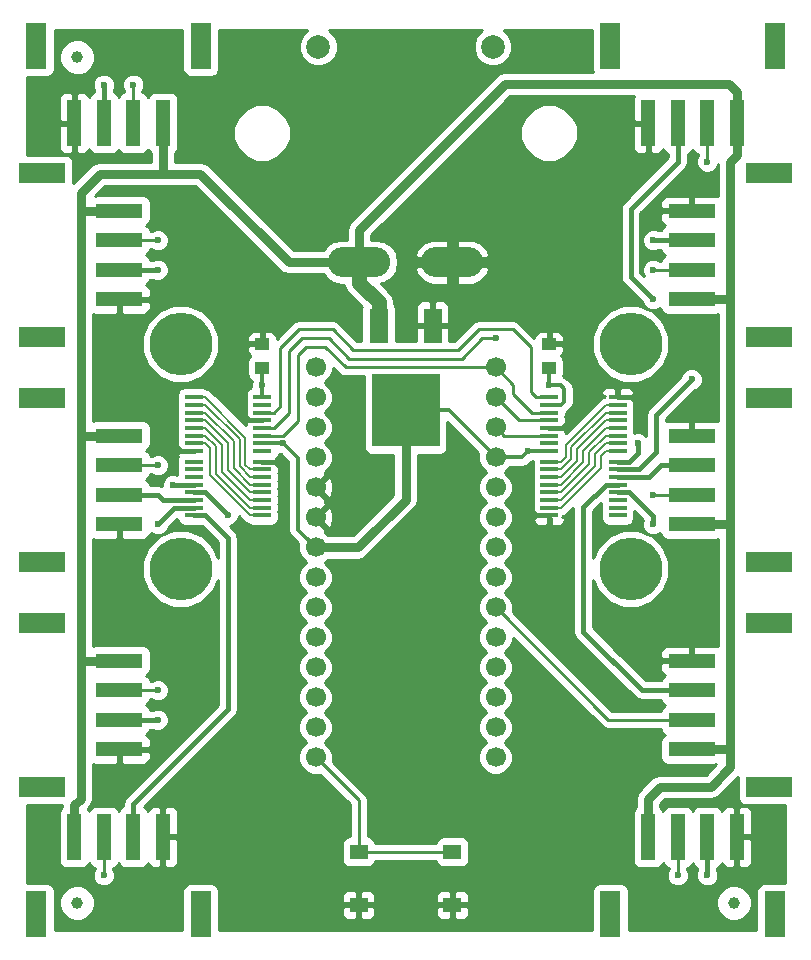
<source format=gtl>
G04 #@! TF.FileFunction,Copper,L1,Top,Signal*
%FSLAX46Y46*%
G04 Gerber Fmt 4.6, Leading zero omitted, Abs format (unit mm)*
G04 Created by KiCad (PCBNEW 4.0.7-e2-6376~58~ubuntu16.04.1) date Fri Dec 14 12:18:52 2018*
%MOMM*%
%LPD*%
G01*
G04 APERTURE LIST*
%ADD10C,0.100000*%
%ADD11C,0.685800*%
%ADD12C,5.300000*%
%ADD13R,1.200000X1.000000*%
%ADD14C,1.000000*%
%ADD15C,1.700000*%
%ADD16R,1.800000X3.900000*%
%ADD17R,1.300000X4.000000*%
%ADD18R,3.900000X1.800000*%
%ADD19R,4.000000X1.300000*%
%ADD20R,1.500000X0.450000*%
%ADD21O,5.270000X2.540000*%
%ADD22C,2.000000*%
%ADD23R,5.800000X6.200000*%
%ADD24R,1.600000X3.000000*%
%ADD25R,1.550000X1.300000*%
%ADD26C,0.600000*%
%ADD27C,0.300000*%
%ADD28C,0.800000*%
%ADD29C,0.400000*%
%ADD30C,0.200000*%
%ADD31C,0.250000*%
%ADD32C,1.300000*%
%ADD33C,0.254000*%
G04 APERTURE END LIST*
D10*
D11*
X27800000Y-47275000D03*
X27800000Y900000D03*
X13900000Y-20500000D03*
X41700000Y-20500000D03*
X23750000Y-30075000D03*
X27800000Y-71275000D03*
X38200000Y-36850000D03*
X17400000Y-36200000D03*
X38200000Y-38150000D03*
X17400000Y-34900000D03*
X41700000Y-30750000D03*
X13900000Y-30100000D03*
X47500000Y-29450000D03*
X8100000Y-32700000D03*
X9250000Y-66020000D03*
X3580000Y-60600000D03*
X3580000Y-41550000D03*
X3580000Y-22500000D03*
X-2250000Y-5580000D03*
X46350000Y-5580000D03*
X52020000Y-11000000D03*
X52020000Y-30050000D03*
X57850000Y-66020000D03*
D12*
X8750000Y-24275000D03*
X46850000Y-24275000D03*
X8750000Y-43325000D03*
X46850000Y-43325000D03*
D13*
X15650000Y-26275000D03*
X15650000Y-24275000D03*
X39950000Y-26275000D03*
X39950000Y-24275000D03*
D14*
X0Y0D03*
X0Y-71600000D03*
X55600000Y-71600000D03*
D15*
X35420000Y-59285000D03*
X35420000Y-56745000D03*
X35420000Y-54205000D03*
X35420000Y-51665000D03*
X35420000Y-49125000D03*
X35420000Y-46585000D03*
X35420000Y-44045000D03*
X35420000Y-41505000D03*
X35420000Y-38965000D03*
X35420000Y-36425000D03*
X35420000Y-33885000D03*
X35420000Y-31345000D03*
X35420000Y-28805000D03*
X35420000Y-26265000D03*
X20180000Y-59285000D03*
X20180000Y-56745000D03*
X20180000Y-54205000D03*
X20180000Y-51665000D03*
X20180000Y-49125000D03*
X20180000Y-46585000D03*
X20180000Y-44045000D03*
X20180000Y-41505000D03*
X20180000Y-38965000D03*
X20180000Y-36425000D03*
X20180000Y-33885000D03*
X20180000Y-31345000D03*
X20180000Y-28805000D03*
X20180000Y-26265000D03*
D16*
X10450000Y950000D03*
D17*
X7250000Y-5580000D03*
D16*
X-3450000Y950000D03*
D17*
X4750000Y-5580000D03*
X2250000Y-5580000D03*
X-250000Y-5580000D03*
D18*
X-2950000Y-9800000D03*
D19*
X3580000Y-13000000D03*
D18*
X-2950000Y-23700000D03*
D19*
X3580000Y-15500000D03*
X3580000Y-18000000D03*
X3580000Y-20500000D03*
D18*
X-2950000Y-28850000D03*
D19*
X3580000Y-32050000D03*
D18*
X-2950000Y-42750000D03*
D19*
X3580000Y-34550000D03*
X3580000Y-37050000D03*
X3580000Y-39550000D03*
D18*
X-2950000Y-47900000D03*
D19*
X3580000Y-51100000D03*
D18*
X-2950000Y-61800000D03*
D19*
X3580000Y-53600000D03*
X3580000Y-56100000D03*
X3580000Y-58600000D03*
D16*
X-3450000Y-72550000D03*
D17*
X-250000Y-66020000D03*
D16*
X10450000Y-72550000D03*
D17*
X2250000Y-66020000D03*
X4750000Y-66020000D03*
X7250000Y-66020000D03*
D16*
X45150000Y-72550000D03*
D17*
X48350000Y-66020000D03*
D16*
X59050000Y-72550000D03*
D17*
X50850000Y-66020000D03*
X53350000Y-66020000D03*
X55850000Y-66020000D03*
D18*
X58550000Y-61800000D03*
D19*
X52020000Y-58600000D03*
D18*
X58550000Y-47900000D03*
D19*
X52020000Y-56100000D03*
X52020000Y-53600000D03*
X52020000Y-51100000D03*
D18*
X58550000Y-42750000D03*
D19*
X52020000Y-39550000D03*
D18*
X58550000Y-28850000D03*
D19*
X52020000Y-37050000D03*
X52020000Y-34550000D03*
X52020000Y-32050000D03*
D18*
X58550000Y-23700000D03*
D19*
X52020000Y-20500000D03*
D18*
X58550000Y-9800000D03*
D19*
X52020000Y-18000000D03*
X52020000Y-15500000D03*
X52020000Y-13000000D03*
D16*
X59050000Y950000D03*
D17*
X55850000Y-5580000D03*
D16*
X45150000Y950000D03*
D17*
X53350000Y-5580000D03*
X50850000Y-5580000D03*
X48350000Y-5580000D03*
D20*
X39950000Y-34250000D03*
X39950000Y-34900000D03*
X39950000Y-35550000D03*
X39950000Y-36200000D03*
X39950000Y-36850000D03*
X39950000Y-37500000D03*
X39950000Y-38150000D03*
X39950000Y-38800000D03*
X45750000Y-34250000D03*
X45750000Y-34900000D03*
X45750000Y-35550000D03*
X45750000Y-36200000D03*
X45750000Y-36850000D03*
X45750000Y-37500000D03*
X45750000Y-38150000D03*
X45750000Y-38800000D03*
X45750000Y-33350000D03*
X45750000Y-32700000D03*
X45750000Y-32050000D03*
X45750000Y-31400000D03*
X45750000Y-30750000D03*
X45750000Y-30100000D03*
X45750000Y-29450000D03*
X45750000Y-28800000D03*
X39950000Y-33350000D03*
X39950000Y-32700000D03*
X39950000Y-32050000D03*
X39950000Y-31400000D03*
X39950000Y-30750000D03*
X39950000Y-30100000D03*
X39950000Y-29450000D03*
X39950000Y-28800000D03*
X15650000Y-38800000D03*
X15650000Y-38150000D03*
X15650000Y-37500000D03*
X15650000Y-36850000D03*
X15650000Y-36200000D03*
X15650000Y-35550000D03*
X15650000Y-34900000D03*
X15650000Y-34250000D03*
X9850000Y-38800000D03*
X9850000Y-38150000D03*
X9850000Y-37500000D03*
X9850000Y-36850000D03*
X9850000Y-36200000D03*
X9850000Y-35550000D03*
X9850000Y-34900000D03*
X9850000Y-34250000D03*
X9850000Y-28800000D03*
X9850000Y-29450000D03*
X9850000Y-30100000D03*
X9850000Y-30750000D03*
X9850000Y-31400000D03*
X9850000Y-32050000D03*
X9850000Y-32700000D03*
X9850000Y-33350000D03*
X15650000Y-28800000D03*
X15650000Y-29450000D03*
X15650000Y-30100000D03*
X15650000Y-30750000D03*
X15650000Y-31400000D03*
X15650000Y-32050000D03*
X15650000Y-32700000D03*
X15650000Y-33350000D03*
D11*
X52020000Y-49100000D03*
D21*
X23850000Y-17340000D03*
D22*
X20410000Y900000D03*
D21*
X31750000Y-17340000D03*
D22*
X35190000Y900000D03*
D23*
X27800000Y-29905000D03*
D24*
X25515000Y-22725000D03*
X30085000Y-22725000D03*
D25*
X31775000Y-71775000D03*
X23825000Y-71775000D03*
X31775000Y-67275000D03*
X23825000Y-67275000D03*
D26*
X39950000Y-27775000D03*
X15650000Y-27775000D03*
X38200000Y-33350000D03*
X17400000Y-32700000D03*
X35420000Y-23795000D03*
X4750000Y-2325000D03*
X2250000Y-2325000D03*
X8100000Y-36200000D03*
X6835000Y-15500000D03*
X6835000Y-34550000D03*
X6835000Y-53600000D03*
X2250000Y-69275000D03*
X50850000Y-69275000D03*
X48765000Y-37050000D03*
X48765000Y-18000000D03*
X53350000Y-8835000D03*
X6835000Y-18000000D03*
X12750000Y-38750000D03*
X6835000Y-56100000D03*
X6835000Y-39550000D03*
X48765000Y-39550000D03*
X53350000Y-69275000D03*
X52020000Y-27275000D03*
X48765000Y-15500000D03*
X47500000Y-32700000D03*
X48765000Y-20500000D03*
D27*
X31440000Y-29905000D02*
X35420000Y-33885000D01*
X31440000Y-29905000D02*
X27800000Y-29905000D01*
D28*
X27800000Y-29905000D02*
X27800000Y-37455000D01*
D27*
X35420000Y-33885000D02*
X37665000Y-33885000D01*
X37665000Y-33885000D02*
X38200000Y-33350000D01*
D28*
X20180000Y-41505000D02*
X23750000Y-41505000D01*
X27800000Y-37455000D02*
X23750000Y-41505000D01*
D27*
X39950000Y-29450000D02*
X40950000Y-29450000D01*
X40950000Y-27775000D02*
X39950000Y-27775000D01*
X41250000Y-28075000D02*
X40950000Y-27775000D01*
X40950000Y-29450000D02*
X41250000Y-29150000D01*
X41250000Y-29150000D02*
X41250000Y-28075000D01*
X17400000Y-32700000D02*
X18675000Y-33975000D01*
X18675000Y-33975000D02*
X18675000Y-40000000D01*
X19330001Y-40655001D02*
X20180000Y-41505000D01*
X18675000Y-40000000D02*
X19330001Y-40655001D01*
X39950000Y-26275000D02*
X39950000Y-27775000D01*
X15650000Y-27775000D02*
X15650000Y-28800000D01*
X15650000Y-26275000D02*
X15650000Y-27775000D01*
X15650000Y-32700000D02*
X17400000Y-32700000D01*
X38200000Y-33350000D02*
X39950000Y-33350000D01*
D29*
X9850000Y-33350000D02*
X8750000Y-33350000D01*
X8750000Y-33350000D02*
X8100000Y-32700000D01*
X15650000Y-34250000D02*
X16750000Y-34250000D01*
X16750000Y-34250000D02*
X17400000Y-34900000D01*
X39950000Y-38800000D02*
X38850000Y-38800000D01*
X38850000Y-38800000D02*
X38200000Y-38150000D01*
X45750000Y-28800000D02*
X46850000Y-28800000D01*
X46850000Y-28800000D02*
X47500000Y-29450000D01*
X41700000Y-30750000D02*
X41050000Y-31400000D01*
X41050000Y-31400000D02*
X39950000Y-31400000D01*
X13900000Y-30100000D02*
X14550000Y-30750000D01*
X14550000Y-30750000D02*
X15650000Y-30750000D01*
D30*
X9850000Y-28800000D02*
X10850000Y-28800000D01*
X10850000Y-28800000D02*
X14250000Y-32200000D01*
X14250000Y-32200000D02*
X14250000Y-34500000D01*
X14250000Y-34500000D02*
X14650000Y-34900000D01*
X14650000Y-34900000D02*
X15650000Y-34900000D01*
X9850000Y-29450000D02*
X10850000Y-29450000D01*
X10850000Y-29450000D02*
X13750000Y-32350000D01*
X13750000Y-32350000D02*
X13750000Y-34650000D01*
X13750000Y-34650000D02*
X14650000Y-35550000D01*
X14650000Y-35550000D02*
X15650000Y-35550000D01*
X9850000Y-30100000D02*
X10850000Y-30100000D01*
X10850000Y-30100000D02*
X13250000Y-32500000D01*
X13250000Y-32500000D02*
X13250000Y-34800000D01*
X13250000Y-34800000D02*
X14650000Y-36200000D01*
X14650000Y-36200000D02*
X15650000Y-36200000D01*
X15650000Y-36850000D02*
X14650000Y-36850000D01*
X14650000Y-36850000D02*
X12750000Y-34950000D01*
X12750000Y-34950000D02*
X12750000Y-32650000D01*
X12750000Y-32650000D02*
X10850000Y-30750000D01*
X10850000Y-30750000D02*
X9850000Y-30750000D01*
X9850000Y-31400000D02*
X10850000Y-31400000D01*
X10850000Y-31400000D02*
X12250000Y-32800000D01*
X12250000Y-32800000D02*
X12250000Y-35100000D01*
X12250000Y-35100000D02*
X14650000Y-37500000D01*
X14650000Y-37500000D02*
X15650000Y-37500000D01*
D31*
X15650000Y-37500000D02*
X15040000Y-37500000D01*
X15040000Y-37500000D02*
X15035000Y-37505000D01*
D30*
X9850000Y-32050000D02*
X10850000Y-32050000D01*
X10850000Y-32050000D02*
X11750000Y-32950000D01*
X11750000Y-32950000D02*
X11750000Y-35250000D01*
X11750000Y-35250000D02*
X14650000Y-38150000D01*
X14650000Y-38150000D02*
X15650000Y-38150000D01*
X9850000Y-32700000D02*
X10860000Y-32700000D01*
X10860000Y-32700000D02*
X11250000Y-33090000D01*
X11250000Y-33090000D02*
X11250000Y-35400000D01*
X14650000Y-38800000D02*
X15650000Y-38800000D01*
X11250000Y-35400000D02*
X14650000Y-38800000D01*
D31*
X39950000Y-32050000D02*
X36125000Y-32050000D01*
X36125000Y-32050000D02*
X35420000Y-31345000D01*
X39950000Y-30100000D02*
X38510000Y-30100000D01*
X38510000Y-30100000D02*
X36900000Y-28490000D01*
X36900000Y-28490000D02*
X36900000Y-27745000D01*
X36900000Y-27745000D02*
X35420000Y-26265000D01*
X35420000Y-26265000D02*
X22720000Y-26265000D01*
X22720000Y-26265000D02*
X21000000Y-24545000D01*
X21000000Y-24545000D02*
X19360000Y-24545000D01*
X19360000Y-24545000D02*
X18700000Y-25205000D01*
X17425000Y-32050000D02*
X15650000Y-32050000D01*
X18700000Y-25205000D02*
X18700000Y-30775000D01*
X18700000Y-30775000D02*
X17425000Y-32050000D01*
X35420000Y-23795000D02*
X34290000Y-23795000D01*
X34290000Y-23795000D02*
X32570000Y-25515000D01*
X15650000Y-31400000D02*
X16650000Y-31400000D01*
X21310000Y-23795000D02*
X23030000Y-25515000D01*
X16650000Y-31400000D02*
X17950000Y-30100000D01*
X17950000Y-30100000D02*
X17950000Y-24895000D01*
X19050000Y-23795000D02*
X21310000Y-23795000D01*
X17950000Y-24895000D02*
X19050000Y-23795000D01*
X23030000Y-25515000D02*
X32570000Y-25515000D01*
X39950000Y-30750000D02*
X37365000Y-30750000D01*
X37365000Y-30750000D02*
X35420000Y-28805000D01*
D30*
X45750000Y-33350000D02*
X44750000Y-33350000D01*
X44350000Y-34750000D02*
X40950000Y-38150000D01*
X40950000Y-38150000D02*
X39950000Y-38150000D01*
X44750000Y-33350000D02*
X44350000Y-33750000D01*
X44350000Y-33750000D02*
X44350000Y-34750000D01*
X45750000Y-32700000D02*
X44750000Y-32700000D01*
X44750000Y-32700000D02*
X43850000Y-33600000D01*
X43850000Y-33600000D02*
X43850000Y-34600000D01*
X43850000Y-34600000D02*
X40950000Y-37500000D01*
X40950000Y-37500000D02*
X39950000Y-37500000D01*
X45750000Y-32050000D02*
X44750000Y-32050000D01*
X44750000Y-32050000D02*
X43350000Y-33450000D01*
X43350000Y-34450000D02*
X40950000Y-36850000D01*
X43350000Y-33450000D02*
X43350000Y-34450000D01*
X40950000Y-36850000D02*
X39950000Y-36850000D01*
X39950000Y-36200000D02*
X40950000Y-36200000D01*
X42850000Y-34300000D02*
X42850000Y-33300000D01*
X40950000Y-36200000D02*
X42850000Y-34300000D01*
X42850000Y-33300000D02*
X44750000Y-31400000D01*
X44750000Y-31400000D02*
X45750000Y-31400000D01*
X39950000Y-35550000D02*
X40950000Y-35550000D01*
X40950000Y-35550000D02*
X42350000Y-34150000D01*
X42350000Y-34150000D02*
X42350000Y-33150000D01*
X42350000Y-33150000D02*
X44750000Y-30750000D01*
X44750000Y-30750000D02*
X45750000Y-30750000D01*
X41850000Y-33000000D02*
X41850000Y-34000000D01*
X41850000Y-34000000D02*
X40950000Y-34900000D01*
X45750000Y-30100000D02*
X44750000Y-30100000D01*
X44750000Y-30100000D02*
X41850000Y-33000000D01*
X40950000Y-34900000D02*
X39950000Y-34900000D01*
X39950000Y-34250000D02*
X40950000Y-34250000D01*
X40950000Y-34250000D02*
X41350000Y-33850000D01*
X41350000Y-33850000D02*
X41350000Y-32850000D01*
X41350000Y-32850000D02*
X44750000Y-29450000D01*
X44750000Y-29450000D02*
X45750000Y-29450000D01*
D28*
X55310000Y-58600000D02*
X55310000Y-60135000D01*
X48350000Y-62765000D02*
X48350000Y-66020000D01*
X55310000Y-60135000D02*
X53645000Y-61800000D01*
X53645000Y-61800000D02*
X49315000Y-61800000D01*
X49315000Y-61800000D02*
X48350000Y-62765000D01*
D32*
X25515000Y-22725000D02*
X25515000Y-20750000D01*
X25515000Y-20750000D02*
X23850000Y-19085000D01*
X23850000Y-19085000D02*
X23850000Y-17340000D01*
D28*
X290000Y-62765000D02*
X-250000Y-63305000D01*
X-250000Y-63305000D02*
X-250000Y-66020000D01*
X55310000Y-8835000D02*
X55850000Y-8295000D01*
X55310000Y-20500000D02*
X55310000Y-8835000D01*
X55850000Y-8295000D02*
X55850000Y-5580000D01*
X23850000Y-17340000D02*
X23850000Y-14660000D01*
X23850000Y-14660000D02*
X36220000Y-2290000D01*
X55200000Y-2290000D02*
X55850000Y-2940000D01*
X36220000Y-2290000D02*
X55200000Y-2290000D01*
X55850000Y-2940000D02*
X55850000Y-5580000D01*
X7250000Y-9885000D02*
X10440000Y-9885000D01*
X10440000Y-9885000D02*
X17895000Y-17340000D01*
X17895000Y-17340000D02*
X23850000Y-17340000D01*
X1905000Y-9885000D02*
X7250000Y-9885000D01*
X7250000Y-5580000D02*
X7250000Y-9885000D01*
X290000Y-32025000D02*
X290000Y-12995000D01*
X290000Y-12995000D02*
X290000Y-11500000D01*
X3580000Y-13000000D02*
X290000Y-13000000D01*
X290000Y-51100000D02*
X290000Y-32025000D01*
X3580000Y-32050000D02*
X290000Y-32050000D01*
X290000Y-62765000D02*
X290000Y-51100000D01*
X3580000Y-51100000D02*
X290000Y-51100000D01*
X55310000Y-39550000D02*
X55310000Y-20500000D01*
X52020000Y-20500000D02*
X55310000Y-20500000D01*
X55310000Y-58600000D02*
X55310000Y-39550000D01*
X52020000Y-39550000D02*
X55310000Y-39550000D01*
X52020000Y-58600000D02*
X55310000Y-58600000D01*
X290000Y-11500000D02*
X1905000Y-9885000D01*
D31*
X4750000Y-5580000D02*
X4750000Y-3330000D01*
X4750000Y-3330000D02*
X4750000Y-2325000D01*
D29*
X2250000Y-5580000D02*
X2250000Y-2325000D01*
X8100000Y-36200000D02*
X9850000Y-36200000D01*
D31*
X20180000Y-59285000D02*
X23825000Y-62930000D01*
X23825000Y-62930000D02*
X23825000Y-67275000D01*
X23825000Y-67275000D02*
X31775000Y-67275000D01*
X3580000Y-15500000D02*
X6835000Y-15500000D01*
X3580000Y-34550000D02*
X6835000Y-34550000D01*
X3580000Y-53600000D02*
X6835000Y-53600000D01*
X2250000Y-66020000D02*
X2250000Y-68270000D01*
X2250000Y-68270000D02*
X2250000Y-69275000D01*
X50850000Y-66020000D02*
X50850000Y-69275000D01*
X35420000Y-46585000D02*
X44935000Y-56100000D01*
X44935000Y-56100000D02*
X52020000Y-56100000D01*
X48765000Y-37050000D02*
X52020000Y-37050000D01*
X48765000Y-18000000D02*
X52020000Y-18000000D01*
X53350000Y-5580000D02*
X53350000Y-7830000D01*
X53350000Y-7830000D02*
X53350000Y-8835000D01*
D29*
X3580000Y-18000000D02*
X6835000Y-18000000D01*
X10850000Y-36850000D02*
X12750000Y-38750000D01*
X9850000Y-36850000D02*
X10850000Y-36850000D01*
X6835000Y-37050000D02*
X7285000Y-37500000D01*
X3580000Y-37050000D02*
X6835000Y-37050000D01*
X7285000Y-37500000D02*
X9850000Y-37500000D01*
X3580000Y-56100000D02*
X5830000Y-56100000D01*
X5830000Y-56100000D02*
X6835000Y-56100000D01*
X9850000Y-38150000D02*
X8235000Y-38150000D01*
X8235000Y-38150000D02*
X6835000Y-39550000D01*
X4750000Y-66020000D02*
X4750000Y-63190000D01*
X4750000Y-63190000D02*
X12750000Y-55190000D01*
X12750000Y-55190000D02*
X12750000Y-40700000D01*
X12750000Y-40700000D02*
X10850000Y-38800000D01*
X10850000Y-38800000D02*
X9850000Y-38800000D01*
X45750000Y-36850000D02*
X46750000Y-36850000D01*
X46750000Y-36850000D02*
X48765000Y-38865000D01*
X48765000Y-38865000D02*
X48765000Y-39125736D01*
X48765000Y-39125736D02*
X48765000Y-39550000D01*
X53350000Y-66020000D02*
X53350000Y-69275000D01*
X45750000Y-36200000D02*
X44750000Y-36200000D01*
X44750000Y-36200000D02*
X42850000Y-38100000D01*
X42850000Y-38100000D02*
X42850000Y-48625000D01*
X42850000Y-48625000D02*
X47825000Y-53600000D01*
X47825000Y-53600000D02*
X52020000Y-53600000D01*
X45750000Y-35550000D02*
X48415000Y-35550000D01*
X48415000Y-35550000D02*
X49415000Y-34550000D01*
X49415000Y-34550000D02*
X52020000Y-34550000D01*
X45750000Y-34900000D02*
X47535000Y-34900000D01*
X47535000Y-34900000D02*
X49030000Y-33405000D01*
X49030000Y-33405000D02*
X49030000Y-30265000D01*
X49030000Y-30265000D02*
X52020000Y-27275000D01*
X48765000Y-15500000D02*
X52020000Y-15500000D01*
X50850000Y-5580000D02*
X50850000Y-8835000D01*
X50850000Y-8835000D02*
X46850000Y-12835000D01*
X46850000Y-12835000D02*
X46850000Y-18585000D01*
X46850000Y-18585000D02*
X48139999Y-19874999D01*
X48139999Y-19874999D02*
X48765000Y-20500000D01*
X46750000Y-34250000D02*
X47500000Y-33500000D01*
X45750000Y-34250000D02*
X46750000Y-34250000D01*
X47500000Y-33500000D02*
X47500000Y-32700000D01*
D31*
X39950000Y-28800000D02*
X38875000Y-28800000D01*
X17200000Y-24585000D02*
X17200000Y-29550000D01*
X38875000Y-28800000D02*
X38400000Y-28325000D01*
X38400000Y-28325000D02*
X38400000Y-24565000D01*
X38400000Y-24565000D02*
X36880000Y-23045000D01*
X36880000Y-23045000D02*
X33980000Y-23045000D01*
X33980000Y-23045000D02*
X32260000Y-24765000D01*
X32260000Y-24765000D02*
X23340000Y-24765000D01*
X21620000Y-23045000D02*
X18740000Y-23045000D01*
X23340000Y-24765000D02*
X21620000Y-23045000D01*
X16650000Y-30100000D02*
X15650000Y-30100000D01*
X18740000Y-23045000D02*
X17200000Y-24585000D01*
X17200000Y-29550000D02*
X16650000Y-30100000D01*
D33*
G36*
X33958115Y-33533273D02*
X33935258Y-33588319D01*
X33934743Y-34179089D01*
X34160344Y-34725086D01*
X34577717Y-35143188D01*
X34605557Y-35154748D01*
X34579914Y-35165344D01*
X34161812Y-35582717D01*
X33935258Y-36128319D01*
X33934743Y-36719089D01*
X34160344Y-37265086D01*
X34577717Y-37683188D01*
X34605557Y-37694748D01*
X34579914Y-37705344D01*
X34161812Y-38122717D01*
X33935258Y-38668319D01*
X33934743Y-39259089D01*
X34160344Y-39805086D01*
X34577717Y-40223188D01*
X34605557Y-40234748D01*
X34579914Y-40245344D01*
X34161812Y-40662717D01*
X33935258Y-41208319D01*
X33934743Y-41799089D01*
X34160344Y-42345086D01*
X34577717Y-42763188D01*
X34605557Y-42774748D01*
X34579914Y-42785344D01*
X34161812Y-43202717D01*
X33935258Y-43748319D01*
X33934743Y-44339089D01*
X34160344Y-44885086D01*
X34577717Y-45303188D01*
X34605557Y-45314748D01*
X34579914Y-45325344D01*
X34161812Y-45742717D01*
X33935258Y-46288319D01*
X33934743Y-46879089D01*
X34160344Y-47425086D01*
X34577717Y-47843188D01*
X34605557Y-47854748D01*
X34579914Y-47865344D01*
X34161812Y-48282717D01*
X33935258Y-48828319D01*
X33934743Y-49419089D01*
X34160344Y-49965086D01*
X34577717Y-50383188D01*
X34605557Y-50394748D01*
X34579914Y-50405344D01*
X34161812Y-50822717D01*
X33935258Y-51368319D01*
X33934743Y-51959089D01*
X34160344Y-52505086D01*
X34577717Y-52923188D01*
X34605557Y-52934748D01*
X34579914Y-52945344D01*
X34161812Y-53362717D01*
X33935258Y-53908319D01*
X33934743Y-54499089D01*
X34160344Y-55045086D01*
X34577717Y-55463188D01*
X34605557Y-55474748D01*
X34579914Y-55485344D01*
X34161812Y-55902717D01*
X33935258Y-56448319D01*
X33934743Y-57039089D01*
X34160344Y-57585086D01*
X34577717Y-58003188D01*
X34605557Y-58014748D01*
X34579914Y-58025344D01*
X34161812Y-58442717D01*
X33935258Y-58988319D01*
X33934743Y-59579089D01*
X34160344Y-60125086D01*
X34577717Y-60543188D01*
X35123319Y-60769742D01*
X35714089Y-60770257D01*
X36260086Y-60544656D01*
X36678188Y-60127283D01*
X36904742Y-59581681D01*
X36905257Y-58990911D01*
X36679656Y-58444914D01*
X36262283Y-58026812D01*
X36234443Y-58015252D01*
X36260086Y-58004656D01*
X36678188Y-57587283D01*
X36904742Y-57041681D01*
X36905257Y-56450911D01*
X36679656Y-55904914D01*
X36262283Y-55486812D01*
X36234443Y-55475252D01*
X36260086Y-55464656D01*
X36678188Y-55047283D01*
X36904742Y-54501681D01*
X36905257Y-53910911D01*
X36679656Y-53364914D01*
X36262283Y-52946812D01*
X36234443Y-52935252D01*
X36260086Y-52924656D01*
X36678188Y-52507283D01*
X36904742Y-51961681D01*
X36905257Y-51370911D01*
X36679656Y-50824914D01*
X36262283Y-50406812D01*
X36234443Y-50395252D01*
X36260086Y-50384656D01*
X36678188Y-49967283D01*
X36904742Y-49421681D01*
X36904983Y-49144785D01*
X44397599Y-56637401D01*
X44644161Y-56802148D01*
X44935000Y-56860000D01*
X49393258Y-56860000D01*
X49416838Y-56985317D01*
X49555910Y-57201441D01*
X49768110Y-57346431D01*
X49781197Y-57349081D01*
X49568559Y-57485910D01*
X49423569Y-57698110D01*
X49372560Y-57950000D01*
X49372560Y-59250000D01*
X49416838Y-59485317D01*
X49555910Y-59701441D01*
X49768110Y-59846431D01*
X50020000Y-59897440D01*
X54020000Y-59897440D01*
X54098647Y-59882641D01*
X53216288Y-60765000D01*
X49315005Y-60765000D01*
X49315000Y-60764999D01*
X48918923Y-60843785D01*
X48583144Y-61068144D01*
X48583142Y-61068147D01*
X47618144Y-62033144D01*
X47393785Y-62368923D01*
X47314999Y-62765000D01*
X47315000Y-62765005D01*
X47315000Y-63513156D01*
X47248559Y-63555910D01*
X47103569Y-63768110D01*
X47052560Y-64020000D01*
X47052560Y-68020000D01*
X47096838Y-68255317D01*
X47235910Y-68471441D01*
X47448110Y-68616431D01*
X47700000Y-68667440D01*
X49000000Y-68667440D01*
X49235317Y-68623162D01*
X49451441Y-68484090D01*
X49596431Y-68271890D01*
X49599081Y-68258803D01*
X49735910Y-68471441D01*
X49948110Y-68616431D01*
X50090000Y-68645164D01*
X50090000Y-68712537D01*
X50057808Y-68744673D01*
X49915162Y-69088201D01*
X49914838Y-69460167D01*
X50056883Y-69803943D01*
X50319673Y-70067192D01*
X50663201Y-70209838D01*
X51035167Y-70210162D01*
X51378943Y-70068117D01*
X51642192Y-69805327D01*
X51784838Y-69461799D01*
X51785162Y-69089833D01*
X51643117Y-68746057D01*
X51610000Y-68712882D01*
X51610000Y-68646742D01*
X51735317Y-68623162D01*
X51951441Y-68484090D01*
X52096431Y-68271890D01*
X52099081Y-68258803D01*
X52235910Y-68471441D01*
X52448110Y-68616431D01*
X52515000Y-68629977D01*
X52515000Y-68847766D01*
X52415162Y-69088201D01*
X52414838Y-69460167D01*
X52556883Y-69803943D01*
X52819673Y-70067192D01*
X53163201Y-70209838D01*
X53535167Y-70210162D01*
X53878943Y-70068117D01*
X54142192Y-69805327D01*
X54284838Y-69461799D01*
X54285162Y-69089833D01*
X54185000Y-68847422D01*
X54185000Y-68632630D01*
X54235317Y-68623162D01*
X54451441Y-68484090D01*
X54596431Y-68271890D01*
X54603191Y-68238510D01*
X54661673Y-68379699D01*
X54840302Y-68558327D01*
X55073691Y-68655000D01*
X55564250Y-68655000D01*
X55723000Y-68496250D01*
X55723000Y-66147000D01*
X55977000Y-66147000D01*
X55977000Y-68496250D01*
X56135750Y-68655000D01*
X56626309Y-68655000D01*
X56859698Y-68558327D01*
X57038327Y-68379699D01*
X57135000Y-68146310D01*
X57135000Y-66305750D01*
X56976250Y-66147000D01*
X55977000Y-66147000D01*
X55723000Y-66147000D01*
X55703000Y-66147000D01*
X55703000Y-65893000D01*
X55723000Y-65893000D01*
X55723000Y-63543750D01*
X55977000Y-63543750D01*
X55977000Y-65893000D01*
X56976250Y-65893000D01*
X57135000Y-65734250D01*
X57135000Y-63893690D01*
X57038327Y-63660301D01*
X56859698Y-63481673D01*
X56626309Y-63385000D01*
X56135750Y-63385000D01*
X55977000Y-63543750D01*
X55723000Y-63543750D01*
X55564250Y-63385000D01*
X55073691Y-63385000D01*
X54840302Y-63481673D01*
X54661673Y-63660301D01*
X54605346Y-63796287D01*
X54603162Y-63784683D01*
X54464090Y-63568559D01*
X54251890Y-63423569D01*
X54000000Y-63372560D01*
X52700000Y-63372560D01*
X52464683Y-63416838D01*
X52248559Y-63555910D01*
X52103569Y-63768110D01*
X52100919Y-63781197D01*
X51964090Y-63568559D01*
X51751890Y-63423569D01*
X51500000Y-63372560D01*
X50200000Y-63372560D01*
X49964683Y-63416838D01*
X49748559Y-63555910D01*
X49603569Y-63768110D01*
X49600919Y-63781197D01*
X49464090Y-63568559D01*
X49385000Y-63514519D01*
X49385000Y-63193712D01*
X49743711Y-62835000D01*
X53644995Y-62835000D01*
X53645000Y-62835001D01*
X54041077Y-62756215D01*
X54376856Y-62531856D01*
X55952560Y-60956151D01*
X55952560Y-62700000D01*
X55996838Y-62935317D01*
X56135910Y-63151441D01*
X56348110Y-63296431D01*
X56600000Y-63347440D01*
X59890000Y-63347440D01*
X59890000Y-69952560D01*
X58150000Y-69952560D01*
X57914683Y-69996838D01*
X57698559Y-70135910D01*
X57553569Y-70348110D01*
X57502560Y-70600000D01*
X57502560Y-73890000D01*
X46697440Y-73890000D01*
X46697440Y-71902407D01*
X54072735Y-71902407D01*
X54304717Y-72463846D01*
X54733894Y-72893773D01*
X55294928Y-73126735D01*
X55902407Y-73127265D01*
X56463846Y-72895283D01*
X56893773Y-72466106D01*
X57126735Y-71905072D01*
X57127265Y-71297593D01*
X56895283Y-70736154D01*
X56466106Y-70306227D01*
X55905072Y-70073265D01*
X55297593Y-70072735D01*
X54736154Y-70304717D01*
X54306227Y-70733894D01*
X54073265Y-71294928D01*
X54072735Y-71902407D01*
X46697440Y-71902407D01*
X46697440Y-70600000D01*
X46653162Y-70364683D01*
X46514090Y-70148559D01*
X46301890Y-70003569D01*
X46050000Y-69952560D01*
X44250000Y-69952560D01*
X44014683Y-69996838D01*
X43798559Y-70135910D01*
X43653569Y-70348110D01*
X43602560Y-70600000D01*
X43602560Y-73890000D01*
X11997440Y-73890000D01*
X11997440Y-72060750D01*
X22415000Y-72060750D01*
X22415000Y-72551310D01*
X22511673Y-72784699D01*
X22690302Y-72963327D01*
X22923691Y-73060000D01*
X23539250Y-73060000D01*
X23698000Y-72901250D01*
X23698000Y-71902000D01*
X23952000Y-71902000D01*
X23952000Y-72901250D01*
X24110750Y-73060000D01*
X24726309Y-73060000D01*
X24959698Y-72963327D01*
X25138327Y-72784699D01*
X25235000Y-72551310D01*
X25235000Y-72060750D01*
X30365000Y-72060750D01*
X30365000Y-72551310D01*
X30461673Y-72784699D01*
X30640302Y-72963327D01*
X30873691Y-73060000D01*
X31489250Y-73060000D01*
X31648000Y-72901250D01*
X31648000Y-71902000D01*
X31902000Y-71902000D01*
X31902000Y-72901250D01*
X32060750Y-73060000D01*
X32676309Y-73060000D01*
X32909698Y-72963327D01*
X33088327Y-72784699D01*
X33185000Y-72551310D01*
X33185000Y-72060750D01*
X33026250Y-71902000D01*
X31902000Y-71902000D01*
X31648000Y-71902000D01*
X30523750Y-71902000D01*
X30365000Y-72060750D01*
X25235000Y-72060750D01*
X25076250Y-71902000D01*
X23952000Y-71902000D01*
X23698000Y-71902000D01*
X22573750Y-71902000D01*
X22415000Y-72060750D01*
X11997440Y-72060750D01*
X11997440Y-70998690D01*
X22415000Y-70998690D01*
X22415000Y-71489250D01*
X22573750Y-71648000D01*
X23698000Y-71648000D01*
X23698000Y-70648750D01*
X23952000Y-70648750D01*
X23952000Y-71648000D01*
X25076250Y-71648000D01*
X25235000Y-71489250D01*
X25235000Y-70998690D01*
X30365000Y-70998690D01*
X30365000Y-71489250D01*
X30523750Y-71648000D01*
X31648000Y-71648000D01*
X31648000Y-70648750D01*
X31902000Y-70648750D01*
X31902000Y-71648000D01*
X33026250Y-71648000D01*
X33185000Y-71489250D01*
X33185000Y-70998690D01*
X33088327Y-70765301D01*
X32909698Y-70586673D01*
X32676309Y-70490000D01*
X32060750Y-70490000D01*
X31902000Y-70648750D01*
X31648000Y-70648750D01*
X31489250Y-70490000D01*
X30873691Y-70490000D01*
X30640302Y-70586673D01*
X30461673Y-70765301D01*
X30365000Y-70998690D01*
X25235000Y-70998690D01*
X25138327Y-70765301D01*
X24959698Y-70586673D01*
X24726309Y-70490000D01*
X24110750Y-70490000D01*
X23952000Y-70648750D01*
X23698000Y-70648750D01*
X23539250Y-70490000D01*
X22923691Y-70490000D01*
X22690302Y-70586673D01*
X22511673Y-70765301D01*
X22415000Y-70998690D01*
X11997440Y-70998690D01*
X11997440Y-70600000D01*
X11953162Y-70364683D01*
X11814090Y-70148559D01*
X11601890Y-70003569D01*
X11350000Y-69952560D01*
X9550000Y-69952560D01*
X9314683Y-69996838D01*
X9098559Y-70135910D01*
X8953569Y-70348110D01*
X8902560Y-70600000D01*
X8902560Y-73890000D01*
X-1902560Y-73890000D01*
X-1902560Y-71902407D01*
X-1527265Y-71902407D01*
X-1295283Y-72463846D01*
X-866106Y-72893773D01*
X-305072Y-73126735D01*
X302407Y-73127265D01*
X863846Y-72895283D01*
X1293773Y-72466106D01*
X1526735Y-71905072D01*
X1527265Y-71297593D01*
X1295283Y-70736154D01*
X866106Y-70306227D01*
X305072Y-70073265D01*
X-302407Y-70072735D01*
X-863846Y-70304717D01*
X-1293773Y-70733894D01*
X-1526735Y-71294928D01*
X-1527265Y-71902407D01*
X-1902560Y-71902407D01*
X-1902560Y-70600000D01*
X-1946838Y-70364683D01*
X-2085910Y-70148559D01*
X-2298110Y-70003569D01*
X-2550000Y-69952560D01*
X-4290000Y-69952560D01*
X-4290000Y-63347440D01*
X-1285000Y-63347440D01*
X-1285000Y-63513156D01*
X-1351441Y-63555910D01*
X-1496431Y-63768110D01*
X-1547440Y-64020000D01*
X-1547440Y-68020000D01*
X-1503162Y-68255317D01*
X-1364090Y-68471441D01*
X-1151890Y-68616431D01*
X-900000Y-68667440D01*
X400000Y-68667440D01*
X635317Y-68623162D01*
X851441Y-68484090D01*
X996431Y-68271890D01*
X999081Y-68258803D01*
X1135910Y-68471441D01*
X1348110Y-68616431D01*
X1490000Y-68645164D01*
X1490000Y-68712537D01*
X1457808Y-68744673D01*
X1315162Y-69088201D01*
X1314838Y-69460167D01*
X1456883Y-69803943D01*
X1719673Y-70067192D01*
X2063201Y-70209838D01*
X2435167Y-70210162D01*
X2778943Y-70068117D01*
X3042192Y-69805327D01*
X3184838Y-69461799D01*
X3185162Y-69089833D01*
X3043117Y-68746057D01*
X3010000Y-68712882D01*
X3010000Y-68646742D01*
X3135317Y-68623162D01*
X3351441Y-68484090D01*
X3496431Y-68271890D01*
X3499081Y-68258803D01*
X3635910Y-68471441D01*
X3848110Y-68616431D01*
X4100000Y-68667440D01*
X5400000Y-68667440D01*
X5635317Y-68623162D01*
X5851441Y-68484090D01*
X5996431Y-68271890D01*
X6003191Y-68238510D01*
X6061673Y-68379699D01*
X6240302Y-68558327D01*
X6473691Y-68655000D01*
X6964250Y-68655000D01*
X7123000Y-68496250D01*
X7123000Y-66147000D01*
X7377000Y-66147000D01*
X7377000Y-68496250D01*
X7535750Y-68655000D01*
X8026309Y-68655000D01*
X8259698Y-68558327D01*
X8438327Y-68379699D01*
X8535000Y-68146310D01*
X8535000Y-66305750D01*
X8376250Y-66147000D01*
X7377000Y-66147000D01*
X7123000Y-66147000D01*
X7103000Y-66147000D01*
X7103000Y-65893000D01*
X7123000Y-65893000D01*
X7123000Y-63543750D01*
X7377000Y-63543750D01*
X7377000Y-65893000D01*
X8376250Y-65893000D01*
X8535000Y-65734250D01*
X8535000Y-63893690D01*
X8438327Y-63660301D01*
X8259698Y-63481673D01*
X8026309Y-63385000D01*
X7535750Y-63385000D01*
X7377000Y-63543750D01*
X7123000Y-63543750D01*
X6964250Y-63385000D01*
X6473691Y-63385000D01*
X6240302Y-63481673D01*
X6061673Y-63660301D01*
X6005346Y-63796287D01*
X6003162Y-63784683D01*
X5864090Y-63568559D01*
X5678867Y-63442001D01*
X13340434Y-55780435D01*
X13481260Y-55569673D01*
X13521439Y-55509541D01*
X13585000Y-55190000D01*
X13585000Y-40700000D01*
X13557092Y-40559698D01*
X13521440Y-40380460D01*
X13340434Y-40109566D01*
X12916013Y-39685145D01*
X12935167Y-39685162D01*
X13278943Y-39543117D01*
X13542192Y-39280327D01*
X13684838Y-38936799D01*
X13684892Y-38874339D01*
X14130276Y-39319723D01*
X14333383Y-39455434D01*
X14368728Y-39479051D01*
X14468889Y-39498974D01*
X14648110Y-39621431D01*
X14900000Y-39672440D01*
X16400000Y-39672440D01*
X16635317Y-39628162D01*
X16851441Y-39489090D01*
X16996431Y-39276890D01*
X17047440Y-39025000D01*
X17047440Y-38575000D01*
X17027933Y-38471329D01*
X17047440Y-38375000D01*
X17047440Y-37925000D01*
X17027933Y-37821329D01*
X17047440Y-37725000D01*
X17047440Y-37275000D01*
X17027933Y-37171329D01*
X17047440Y-37075000D01*
X17047440Y-36625000D01*
X17027933Y-36521329D01*
X17047440Y-36425000D01*
X17047440Y-35975000D01*
X17027933Y-35871329D01*
X17047440Y-35775000D01*
X17047440Y-35325000D01*
X17027933Y-35221329D01*
X17047440Y-35125000D01*
X17047440Y-34675000D01*
X17003162Y-34439683D01*
X16864090Y-34223559D01*
X16718917Y-34124367D01*
X16851441Y-34039090D01*
X16996431Y-33826890D01*
X17047440Y-33575000D01*
X17047440Y-33566008D01*
X17213201Y-33634838D01*
X17224690Y-33634848D01*
X17890000Y-34300158D01*
X17890000Y-40000000D01*
X17949755Y-40300407D01*
X18119921Y-40555079D01*
X18718115Y-41153273D01*
X18695258Y-41208319D01*
X18694743Y-41799089D01*
X18920344Y-42345086D01*
X19337717Y-42763188D01*
X19365557Y-42774748D01*
X19339914Y-42785344D01*
X18921812Y-43202717D01*
X18695258Y-43748319D01*
X18694743Y-44339089D01*
X18920344Y-44885086D01*
X19337717Y-45303188D01*
X19365557Y-45314748D01*
X19339914Y-45325344D01*
X18921812Y-45742717D01*
X18695258Y-46288319D01*
X18694743Y-46879089D01*
X18920344Y-47425086D01*
X19337717Y-47843188D01*
X19365557Y-47854748D01*
X19339914Y-47865344D01*
X18921812Y-48282717D01*
X18695258Y-48828319D01*
X18694743Y-49419089D01*
X18920344Y-49965086D01*
X19337717Y-50383188D01*
X19365557Y-50394748D01*
X19339914Y-50405344D01*
X18921812Y-50822717D01*
X18695258Y-51368319D01*
X18694743Y-51959089D01*
X18920344Y-52505086D01*
X19337717Y-52923188D01*
X19365557Y-52934748D01*
X19339914Y-52945344D01*
X18921812Y-53362717D01*
X18695258Y-53908319D01*
X18694743Y-54499089D01*
X18920344Y-55045086D01*
X19337717Y-55463188D01*
X19365557Y-55474748D01*
X19339914Y-55485344D01*
X18921812Y-55902717D01*
X18695258Y-56448319D01*
X18694743Y-57039089D01*
X18920344Y-57585086D01*
X19337717Y-58003188D01*
X19365557Y-58014748D01*
X19339914Y-58025344D01*
X18921812Y-58442717D01*
X18695258Y-58988319D01*
X18694743Y-59579089D01*
X18920344Y-60125086D01*
X19337717Y-60543188D01*
X19883319Y-60769742D01*
X20474089Y-60770257D01*
X20556432Y-60736234D01*
X23065000Y-63244802D01*
X23065000Y-65977560D01*
X23050000Y-65977560D01*
X22814683Y-66021838D01*
X22598559Y-66160910D01*
X22453569Y-66373110D01*
X22402560Y-66625000D01*
X22402560Y-67925000D01*
X22446838Y-68160317D01*
X22585910Y-68376441D01*
X22798110Y-68521431D01*
X23050000Y-68572440D01*
X24600000Y-68572440D01*
X24835317Y-68528162D01*
X25051441Y-68389090D01*
X25196431Y-68176890D01*
X25225164Y-68035000D01*
X30373258Y-68035000D01*
X30396838Y-68160317D01*
X30535910Y-68376441D01*
X30748110Y-68521431D01*
X31000000Y-68572440D01*
X32550000Y-68572440D01*
X32785317Y-68528162D01*
X33001441Y-68389090D01*
X33146431Y-68176890D01*
X33197440Y-67925000D01*
X33197440Y-66625000D01*
X33153162Y-66389683D01*
X33014090Y-66173559D01*
X32801890Y-66028569D01*
X32550000Y-65977560D01*
X31000000Y-65977560D01*
X30764683Y-66021838D01*
X30548559Y-66160910D01*
X30403569Y-66373110D01*
X30374836Y-66515000D01*
X25226742Y-66515000D01*
X25203162Y-66389683D01*
X25064090Y-66173559D01*
X24851890Y-66028569D01*
X24600000Y-65977560D01*
X24585000Y-65977560D01*
X24585000Y-62930000D01*
X24527148Y-62639161D01*
X24527148Y-62639160D01*
X24362401Y-62392599D01*
X21631511Y-59661709D01*
X21664742Y-59581681D01*
X21665257Y-58990911D01*
X21439656Y-58444914D01*
X21022283Y-58026812D01*
X20994443Y-58015252D01*
X21020086Y-58004656D01*
X21438188Y-57587283D01*
X21664742Y-57041681D01*
X21665257Y-56450911D01*
X21439656Y-55904914D01*
X21022283Y-55486812D01*
X20994443Y-55475252D01*
X21020086Y-55464656D01*
X21438188Y-55047283D01*
X21664742Y-54501681D01*
X21665257Y-53910911D01*
X21439656Y-53364914D01*
X21022283Y-52946812D01*
X20994443Y-52935252D01*
X21020086Y-52924656D01*
X21438188Y-52507283D01*
X21664742Y-51961681D01*
X21665257Y-51370911D01*
X21439656Y-50824914D01*
X21022283Y-50406812D01*
X20994443Y-50395252D01*
X21020086Y-50384656D01*
X21438188Y-49967283D01*
X21664742Y-49421681D01*
X21665257Y-48830911D01*
X21439656Y-48284914D01*
X21022283Y-47866812D01*
X20994443Y-47855252D01*
X21020086Y-47844656D01*
X21438188Y-47427283D01*
X21664742Y-46881681D01*
X21665257Y-46290911D01*
X21439656Y-45744914D01*
X21022283Y-45326812D01*
X20994443Y-45315252D01*
X21020086Y-45304656D01*
X21438188Y-44887283D01*
X21664742Y-44341681D01*
X21665257Y-43750911D01*
X21439656Y-43204914D01*
X21022283Y-42786812D01*
X20994443Y-42775252D01*
X21020086Y-42764656D01*
X21245134Y-42540000D01*
X23749995Y-42540000D01*
X23750000Y-42540001D01*
X24146077Y-42461215D01*
X24481856Y-42236856D01*
X28531853Y-38186858D01*
X28531856Y-38186856D01*
X28756215Y-37851077D01*
X28763359Y-37815162D01*
X28835001Y-37455000D01*
X28835000Y-37454995D01*
X28835000Y-33652440D01*
X30700000Y-33652440D01*
X30935317Y-33608162D01*
X31151441Y-33469090D01*
X31296431Y-33256890D01*
X31347440Y-33005000D01*
X31347440Y-30922598D01*
X33958115Y-33533273D01*
X33958115Y-33533273D01*
G37*
X33958115Y-33533273D02*
X33935258Y-33588319D01*
X33934743Y-34179089D01*
X34160344Y-34725086D01*
X34577717Y-35143188D01*
X34605557Y-35154748D01*
X34579914Y-35165344D01*
X34161812Y-35582717D01*
X33935258Y-36128319D01*
X33934743Y-36719089D01*
X34160344Y-37265086D01*
X34577717Y-37683188D01*
X34605557Y-37694748D01*
X34579914Y-37705344D01*
X34161812Y-38122717D01*
X33935258Y-38668319D01*
X33934743Y-39259089D01*
X34160344Y-39805086D01*
X34577717Y-40223188D01*
X34605557Y-40234748D01*
X34579914Y-40245344D01*
X34161812Y-40662717D01*
X33935258Y-41208319D01*
X33934743Y-41799089D01*
X34160344Y-42345086D01*
X34577717Y-42763188D01*
X34605557Y-42774748D01*
X34579914Y-42785344D01*
X34161812Y-43202717D01*
X33935258Y-43748319D01*
X33934743Y-44339089D01*
X34160344Y-44885086D01*
X34577717Y-45303188D01*
X34605557Y-45314748D01*
X34579914Y-45325344D01*
X34161812Y-45742717D01*
X33935258Y-46288319D01*
X33934743Y-46879089D01*
X34160344Y-47425086D01*
X34577717Y-47843188D01*
X34605557Y-47854748D01*
X34579914Y-47865344D01*
X34161812Y-48282717D01*
X33935258Y-48828319D01*
X33934743Y-49419089D01*
X34160344Y-49965086D01*
X34577717Y-50383188D01*
X34605557Y-50394748D01*
X34579914Y-50405344D01*
X34161812Y-50822717D01*
X33935258Y-51368319D01*
X33934743Y-51959089D01*
X34160344Y-52505086D01*
X34577717Y-52923188D01*
X34605557Y-52934748D01*
X34579914Y-52945344D01*
X34161812Y-53362717D01*
X33935258Y-53908319D01*
X33934743Y-54499089D01*
X34160344Y-55045086D01*
X34577717Y-55463188D01*
X34605557Y-55474748D01*
X34579914Y-55485344D01*
X34161812Y-55902717D01*
X33935258Y-56448319D01*
X33934743Y-57039089D01*
X34160344Y-57585086D01*
X34577717Y-58003188D01*
X34605557Y-58014748D01*
X34579914Y-58025344D01*
X34161812Y-58442717D01*
X33935258Y-58988319D01*
X33934743Y-59579089D01*
X34160344Y-60125086D01*
X34577717Y-60543188D01*
X35123319Y-60769742D01*
X35714089Y-60770257D01*
X36260086Y-60544656D01*
X36678188Y-60127283D01*
X36904742Y-59581681D01*
X36905257Y-58990911D01*
X36679656Y-58444914D01*
X36262283Y-58026812D01*
X36234443Y-58015252D01*
X36260086Y-58004656D01*
X36678188Y-57587283D01*
X36904742Y-57041681D01*
X36905257Y-56450911D01*
X36679656Y-55904914D01*
X36262283Y-55486812D01*
X36234443Y-55475252D01*
X36260086Y-55464656D01*
X36678188Y-55047283D01*
X36904742Y-54501681D01*
X36905257Y-53910911D01*
X36679656Y-53364914D01*
X36262283Y-52946812D01*
X36234443Y-52935252D01*
X36260086Y-52924656D01*
X36678188Y-52507283D01*
X36904742Y-51961681D01*
X36905257Y-51370911D01*
X36679656Y-50824914D01*
X36262283Y-50406812D01*
X36234443Y-50395252D01*
X36260086Y-50384656D01*
X36678188Y-49967283D01*
X36904742Y-49421681D01*
X36904983Y-49144785D01*
X44397599Y-56637401D01*
X44644161Y-56802148D01*
X44935000Y-56860000D01*
X49393258Y-56860000D01*
X49416838Y-56985317D01*
X49555910Y-57201441D01*
X49768110Y-57346431D01*
X49781197Y-57349081D01*
X49568559Y-57485910D01*
X49423569Y-57698110D01*
X49372560Y-57950000D01*
X49372560Y-59250000D01*
X49416838Y-59485317D01*
X49555910Y-59701441D01*
X49768110Y-59846431D01*
X50020000Y-59897440D01*
X54020000Y-59897440D01*
X54098647Y-59882641D01*
X53216288Y-60765000D01*
X49315005Y-60765000D01*
X49315000Y-60764999D01*
X48918923Y-60843785D01*
X48583144Y-61068144D01*
X48583142Y-61068147D01*
X47618144Y-62033144D01*
X47393785Y-62368923D01*
X47314999Y-62765000D01*
X47315000Y-62765005D01*
X47315000Y-63513156D01*
X47248559Y-63555910D01*
X47103569Y-63768110D01*
X47052560Y-64020000D01*
X47052560Y-68020000D01*
X47096838Y-68255317D01*
X47235910Y-68471441D01*
X47448110Y-68616431D01*
X47700000Y-68667440D01*
X49000000Y-68667440D01*
X49235317Y-68623162D01*
X49451441Y-68484090D01*
X49596431Y-68271890D01*
X49599081Y-68258803D01*
X49735910Y-68471441D01*
X49948110Y-68616431D01*
X50090000Y-68645164D01*
X50090000Y-68712537D01*
X50057808Y-68744673D01*
X49915162Y-69088201D01*
X49914838Y-69460167D01*
X50056883Y-69803943D01*
X50319673Y-70067192D01*
X50663201Y-70209838D01*
X51035167Y-70210162D01*
X51378943Y-70068117D01*
X51642192Y-69805327D01*
X51784838Y-69461799D01*
X51785162Y-69089833D01*
X51643117Y-68746057D01*
X51610000Y-68712882D01*
X51610000Y-68646742D01*
X51735317Y-68623162D01*
X51951441Y-68484090D01*
X52096431Y-68271890D01*
X52099081Y-68258803D01*
X52235910Y-68471441D01*
X52448110Y-68616431D01*
X52515000Y-68629977D01*
X52515000Y-68847766D01*
X52415162Y-69088201D01*
X52414838Y-69460167D01*
X52556883Y-69803943D01*
X52819673Y-70067192D01*
X53163201Y-70209838D01*
X53535167Y-70210162D01*
X53878943Y-70068117D01*
X54142192Y-69805327D01*
X54284838Y-69461799D01*
X54285162Y-69089833D01*
X54185000Y-68847422D01*
X54185000Y-68632630D01*
X54235317Y-68623162D01*
X54451441Y-68484090D01*
X54596431Y-68271890D01*
X54603191Y-68238510D01*
X54661673Y-68379699D01*
X54840302Y-68558327D01*
X55073691Y-68655000D01*
X55564250Y-68655000D01*
X55723000Y-68496250D01*
X55723000Y-66147000D01*
X55977000Y-66147000D01*
X55977000Y-68496250D01*
X56135750Y-68655000D01*
X56626309Y-68655000D01*
X56859698Y-68558327D01*
X57038327Y-68379699D01*
X57135000Y-68146310D01*
X57135000Y-66305750D01*
X56976250Y-66147000D01*
X55977000Y-66147000D01*
X55723000Y-66147000D01*
X55703000Y-66147000D01*
X55703000Y-65893000D01*
X55723000Y-65893000D01*
X55723000Y-63543750D01*
X55977000Y-63543750D01*
X55977000Y-65893000D01*
X56976250Y-65893000D01*
X57135000Y-65734250D01*
X57135000Y-63893690D01*
X57038327Y-63660301D01*
X56859698Y-63481673D01*
X56626309Y-63385000D01*
X56135750Y-63385000D01*
X55977000Y-63543750D01*
X55723000Y-63543750D01*
X55564250Y-63385000D01*
X55073691Y-63385000D01*
X54840302Y-63481673D01*
X54661673Y-63660301D01*
X54605346Y-63796287D01*
X54603162Y-63784683D01*
X54464090Y-63568559D01*
X54251890Y-63423569D01*
X54000000Y-63372560D01*
X52700000Y-63372560D01*
X52464683Y-63416838D01*
X52248559Y-63555910D01*
X52103569Y-63768110D01*
X52100919Y-63781197D01*
X51964090Y-63568559D01*
X51751890Y-63423569D01*
X51500000Y-63372560D01*
X50200000Y-63372560D01*
X49964683Y-63416838D01*
X49748559Y-63555910D01*
X49603569Y-63768110D01*
X49600919Y-63781197D01*
X49464090Y-63568559D01*
X49385000Y-63514519D01*
X49385000Y-63193712D01*
X49743711Y-62835000D01*
X53644995Y-62835000D01*
X53645000Y-62835001D01*
X54041077Y-62756215D01*
X54376856Y-62531856D01*
X55952560Y-60956151D01*
X55952560Y-62700000D01*
X55996838Y-62935317D01*
X56135910Y-63151441D01*
X56348110Y-63296431D01*
X56600000Y-63347440D01*
X59890000Y-63347440D01*
X59890000Y-69952560D01*
X58150000Y-69952560D01*
X57914683Y-69996838D01*
X57698559Y-70135910D01*
X57553569Y-70348110D01*
X57502560Y-70600000D01*
X57502560Y-73890000D01*
X46697440Y-73890000D01*
X46697440Y-71902407D01*
X54072735Y-71902407D01*
X54304717Y-72463846D01*
X54733894Y-72893773D01*
X55294928Y-73126735D01*
X55902407Y-73127265D01*
X56463846Y-72895283D01*
X56893773Y-72466106D01*
X57126735Y-71905072D01*
X57127265Y-71297593D01*
X56895283Y-70736154D01*
X56466106Y-70306227D01*
X55905072Y-70073265D01*
X55297593Y-70072735D01*
X54736154Y-70304717D01*
X54306227Y-70733894D01*
X54073265Y-71294928D01*
X54072735Y-71902407D01*
X46697440Y-71902407D01*
X46697440Y-70600000D01*
X46653162Y-70364683D01*
X46514090Y-70148559D01*
X46301890Y-70003569D01*
X46050000Y-69952560D01*
X44250000Y-69952560D01*
X44014683Y-69996838D01*
X43798559Y-70135910D01*
X43653569Y-70348110D01*
X43602560Y-70600000D01*
X43602560Y-73890000D01*
X11997440Y-73890000D01*
X11997440Y-72060750D01*
X22415000Y-72060750D01*
X22415000Y-72551310D01*
X22511673Y-72784699D01*
X22690302Y-72963327D01*
X22923691Y-73060000D01*
X23539250Y-73060000D01*
X23698000Y-72901250D01*
X23698000Y-71902000D01*
X23952000Y-71902000D01*
X23952000Y-72901250D01*
X24110750Y-73060000D01*
X24726309Y-73060000D01*
X24959698Y-72963327D01*
X25138327Y-72784699D01*
X25235000Y-72551310D01*
X25235000Y-72060750D01*
X30365000Y-72060750D01*
X30365000Y-72551310D01*
X30461673Y-72784699D01*
X30640302Y-72963327D01*
X30873691Y-73060000D01*
X31489250Y-73060000D01*
X31648000Y-72901250D01*
X31648000Y-71902000D01*
X31902000Y-71902000D01*
X31902000Y-72901250D01*
X32060750Y-73060000D01*
X32676309Y-73060000D01*
X32909698Y-72963327D01*
X33088327Y-72784699D01*
X33185000Y-72551310D01*
X33185000Y-72060750D01*
X33026250Y-71902000D01*
X31902000Y-71902000D01*
X31648000Y-71902000D01*
X30523750Y-71902000D01*
X30365000Y-72060750D01*
X25235000Y-72060750D01*
X25076250Y-71902000D01*
X23952000Y-71902000D01*
X23698000Y-71902000D01*
X22573750Y-71902000D01*
X22415000Y-72060750D01*
X11997440Y-72060750D01*
X11997440Y-70998690D01*
X22415000Y-70998690D01*
X22415000Y-71489250D01*
X22573750Y-71648000D01*
X23698000Y-71648000D01*
X23698000Y-70648750D01*
X23952000Y-70648750D01*
X23952000Y-71648000D01*
X25076250Y-71648000D01*
X25235000Y-71489250D01*
X25235000Y-70998690D01*
X30365000Y-70998690D01*
X30365000Y-71489250D01*
X30523750Y-71648000D01*
X31648000Y-71648000D01*
X31648000Y-70648750D01*
X31902000Y-70648750D01*
X31902000Y-71648000D01*
X33026250Y-71648000D01*
X33185000Y-71489250D01*
X33185000Y-70998690D01*
X33088327Y-70765301D01*
X32909698Y-70586673D01*
X32676309Y-70490000D01*
X32060750Y-70490000D01*
X31902000Y-70648750D01*
X31648000Y-70648750D01*
X31489250Y-70490000D01*
X30873691Y-70490000D01*
X30640302Y-70586673D01*
X30461673Y-70765301D01*
X30365000Y-70998690D01*
X25235000Y-70998690D01*
X25138327Y-70765301D01*
X24959698Y-70586673D01*
X24726309Y-70490000D01*
X24110750Y-70490000D01*
X23952000Y-70648750D01*
X23698000Y-70648750D01*
X23539250Y-70490000D01*
X22923691Y-70490000D01*
X22690302Y-70586673D01*
X22511673Y-70765301D01*
X22415000Y-70998690D01*
X11997440Y-70998690D01*
X11997440Y-70600000D01*
X11953162Y-70364683D01*
X11814090Y-70148559D01*
X11601890Y-70003569D01*
X11350000Y-69952560D01*
X9550000Y-69952560D01*
X9314683Y-69996838D01*
X9098559Y-70135910D01*
X8953569Y-70348110D01*
X8902560Y-70600000D01*
X8902560Y-73890000D01*
X-1902560Y-73890000D01*
X-1902560Y-71902407D01*
X-1527265Y-71902407D01*
X-1295283Y-72463846D01*
X-866106Y-72893773D01*
X-305072Y-73126735D01*
X302407Y-73127265D01*
X863846Y-72895283D01*
X1293773Y-72466106D01*
X1526735Y-71905072D01*
X1527265Y-71297593D01*
X1295283Y-70736154D01*
X866106Y-70306227D01*
X305072Y-70073265D01*
X-302407Y-70072735D01*
X-863846Y-70304717D01*
X-1293773Y-70733894D01*
X-1526735Y-71294928D01*
X-1527265Y-71902407D01*
X-1902560Y-71902407D01*
X-1902560Y-70600000D01*
X-1946838Y-70364683D01*
X-2085910Y-70148559D01*
X-2298110Y-70003569D01*
X-2550000Y-69952560D01*
X-4290000Y-69952560D01*
X-4290000Y-63347440D01*
X-1285000Y-63347440D01*
X-1285000Y-63513156D01*
X-1351441Y-63555910D01*
X-1496431Y-63768110D01*
X-1547440Y-64020000D01*
X-1547440Y-68020000D01*
X-1503162Y-68255317D01*
X-1364090Y-68471441D01*
X-1151890Y-68616431D01*
X-900000Y-68667440D01*
X400000Y-68667440D01*
X635317Y-68623162D01*
X851441Y-68484090D01*
X996431Y-68271890D01*
X999081Y-68258803D01*
X1135910Y-68471441D01*
X1348110Y-68616431D01*
X1490000Y-68645164D01*
X1490000Y-68712537D01*
X1457808Y-68744673D01*
X1315162Y-69088201D01*
X1314838Y-69460167D01*
X1456883Y-69803943D01*
X1719673Y-70067192D01*
X2063201Y-70209838D01*
X2435167Y-70210162D01*
X2778943Y-70068117D01*
X3042192Y-69805327D01*
X3184838Y-69461799D01*
X3185162Y-69089833D01*
X3043117Y-68746057D01*
X3010000Y-68712882D01*
X3010000Y-68646742D01*
X3135317Y-68623162D01*
X3351441Y-68484090D01*
X3496431Y-68271890D01*
X3499081Y-68258803D01*
X3635910Y-68471441D01*
X3848110Y-68616431D01*
X4100000Y-68667440D01*
X5400000Y-68667440D01*
X5635317Y-68623162D01*
X5851441Y-68484090D01*
X5996431Y-68271890D01*
X6003191Y-68238510D01*
X6061673Y-68379699D01*
X6240302Y-68558327D01*
X6473691Y-68655000D01*
X6964250Y-68655000D01*
X7123000Y-68496250D01*
X7123000Y-66147000D01*
X7377000Y-66147000D01*
X7377000Y-68496250D01*
X7535750Y-68655000D01*
X8026309Y-68655000D01*
X8259698Y-68558327D01*
X8438327Y-68379699D01*
X8535000Y-68146310D01*
X8535000Y-66305750D01*
X8376250Y-66147000D01*
X7377000Y-66147000D01*
X7123000Y-66147000D01*
X7103000Y-66147000D01*
X7103000Y-65893000D01*
X7123000Y-65893000D01*
X7123000Y-63543750D01*
X7377000Y-63543750D01*
X7377000Y-65893000D01*
X8376250Y-65893000D01*
X8535000Y-65734250D01*
X8535000Y-63893690D01*
X8438327Y-63660301D01*
X8259698Y-63481673D01*
X8026309Y-63385000D01*
X7535750Y-63385000D01*
X7377000Y-63543750D01*
X7123000Y-63543750D01*
X6964250Y-63385000D01*
X6473691Y-63385000D01*
X6240302Y-63481673D01*
X6061673Y-63660301D01*
X6005346Y-63796287D01*
X6003162Y-63784683D01*
X5864090Y-63568559D01*
X5678867Y-63442001D01*
X13340434Y-55780435D01*
X13481260Y-55569673D01*
X13521439Y-55509541D01*
X13585000Y-55190000D01*
X13585000Y-40700000D01*
X13557092Y-40559698D01*
X13521440Y-40380460D01*
X13340434Y-40109566D01*
X12916013Y-39685145D01*
X12935167Y-39685162D01*
X13278943Y-39543117D01*
X13542192Y-39280327D01*
X13684838Y-38936799D01*
X13684892Y-38874339D01*
X14130276Y-39319723D01*
X14333383Y-39455434D01*
X14368728Y-39479051D01*
X14468889Y-39498974D01*
X14648110Y-39621431D01*
X14900000Y-39672440D01*
X16400000Y-39672440D01*
X16635317Y-39628162D01*
X16851441Y-39489090D01*
X16996431Y-39276890D01*
X17047440Y-39025000D01*
X17047440Y-38575000D01*
X17027933Y-38471329D01*
X17047440Y-38375000D01*
X17047440Y-37925000D01*
X17027933Y-37821329D01*
X17047440Y-37725000D01*
X17047440Y-37275000D01*
X17027933Y-37171329D01*
X17047440Y-37075000D01*
X17047440Y-36625000D01*
X17027933Y-36521329D01*
X17047440Y-36425000D01*
X17047440Y-35975000D01*
X17027933Y-35871329D01*
X17047440Y-35775000D01*
X17047440Y-35325000D01*
X17027933Y-35221329D01*
X17047440Y-35125000D01*
X17047440Y-34675000D01*
X17003162Y-34439683D01*
X16864090Y-34223559D01*
X16718917Y-34124367D01*
X16851441Y-34039090D01*
X16996431Y-33826890D01*
X17047440Y-33575000D01*
X17047440Y-33566008D01*
X17213201Y-33634838D01*
X17224690Y-33634848D01*
X17890000Y-34300158D01*
X17890000Y-40000000D01*
X17949755Y-40300407D01*
X18119921Y-40555079D01*
X18718115Y-41153273D01*
X18695258Y-41208319D01*
X18694743Y-41799089D01*
X18920344Y-42345086D01*
X19337717Y-42763188D01*
X19365557Y-42774748D01*
X19339914Y-42785344D01*
X18921812Y-43202717D01*
X18695258Y-43748319D01*
X18694743Y-44339089D01*
X18920344Y-44885086D01*
X19337717Y-45303188D01*
X19365557Y-45314748D01*
X19339914Y-45325344D01*
X18921812Y-45742717D01*
X18695258Y-46288319D01*
X18694743Y-46879089D01*
X18920344Y-47425086D01*
X19337717Y-47843188D01*
X19365557Y-47854748D01*
X19339914Y-47865344D01*
X18921812Y-48282717D01*
X18695258Y-48828319D01*
X18694743Y-49419089D01*
X18920344Y-49965086D01*
X19337717Y-50383188D01*
X19365557Y-50394748D01*
X19339914Y-50405344D01*
X18921812Y-50822717D01*
X18695258Y-51368319D01*
X18694743Y-51959089D01*
X18920344Y-52505086D01*
X19337717Y-52923188D01*
X19365557Y-52934748D01*
X19339914Y-52945344D01*
X18921812Y-53362717D01*
X18695258Y-53908319D01*
X18694743Y-54499089D01*
X18920344Y-55045086D01*
X19337717Y-55463188D01*
X19365557Y-55474748D01*
X19339914Y-55485344D01*
X18921812Y-55902717D01*
X18695258Y-56448319D01*
X18694743Y-57039089D01*
X18920344Y-57585086D01*
X19337717Y-58003188D01*
X19365557Y-58014748D01*
X19339914Y-58025344D01*
X18921812Y-58442717D01*
X18695258Y-58988319D01*
X18694743Y-59579089D01*
X18920344Y-60125086D01*
X19337717Y-60543188D01*
X19883319Y-60769742D01*
X20474089Y-60770257D01*
X20556432Y-60736234D01*
X23065000Y-63244802D01*
X23065000Y-65977560D01*
X23050000Y-65977560D01*
X22814683Y-66021838D01*
X22598559Y-66160910D01*
X22453569Y-66373110D01*
X22402560Y-66625000D01*
X22402560Y-67925000D01*
X22446838Y-68160317D01*
X22585910Y-68376441D01*
X22798110Y-68521431D01*
X23050000Y-68572440D01*
X24600000Y-68572440D01*
X24835317Y-68528162D01*
X25051441Y-68389090D01*
X25196431Y-68176890D01*
X25225164Y-68035000D01*
X30373258Y-68035000D01*
X30396838Y-68160317D01*
X30535910Y-68376441D01*
X30748110Y-68521431D01*
X31000000Y-68572440D01*
X32550000Y-68572440D01*
X32785317Y-68528162D01*
X33001441Y-68389090D01*
X33146431Y-68176890D01*
X33197440Y-67925000D01*
X33197440Y-66625000D01*
X33153162Y-66389683D01*
X33014090Y-66173559D01*
X32801890Y-66028569D01*
X32550000Y-65977560D01*
X31000000Y-65977560D01*
X30764683Y-66021838D01*
X30548559Y-66160910D01*
X30403569Y-66373110D01*
X30374836Y-66515000D01*
X25226742Y-66515000D01*
X25203162Y-66389683D01*
X25064090Y-66173559D01*
X24851890Y-66028569D01*
X24600000Y-65977560D01*
X24585000Y-65977560D01*
X24585000Y-62930000D01*
X24527148Y-62639161D01*
X24527148Y-62639160D01*
X24362401Y-62392599D01*
X21631511Y-59661709D01*
X21664742Y-59581681D01*
X21665257Y-58990911D01*
X21439656Y-58444914D01*
X21022283Y-58026812D01*
X20994443Y-58015252D01*
X21020086Y-58004656D01*
X21438188Y-57587283D01*
X21664742Y-57041681D01*
X21665257Y-56450911D01*
X21439656Y-55904914D01*
X21022283Y-55486812D01*
X20994443Y-55475252D01*
X21020086Y-55464656D01*
X21438188Y-55047283D01*
X21664742Y-54501681D01*
X21665257Y-53910911D01*
X21439656Y-53364914D01*
X21022283Y-52946812D01*
X20994443Y-52935252D01*
X21020086Y-52924656D01*
X21438188Y-52507283D01*
X21664742Y-51961681D01*
X21665257Y-51370911D01*
X21439656Y-50824914D01*
X21022283Y-50406812D01*
X20994443Y-50395252D01*
X21020086Y-50384656D01*
X21438188Y-49967283D01*
X21664742Y-49421681D01*
X21665257Y-48830911D01*
X21439656Y-48284914D01*
X21022283Y-47866812D01*
X20994443Y-47855252D01*
X21020086Y-47844656D01*
X21438188Y-47427283D01*
X21664742Y-46881681D01*
X21665257Y-46290911D01*
X21439656Y-45744914D01*
X21022283Y-45326812D01*
X20994443Y-45315252D01*
X21020086Y-45304656D01*
X21438188Y-44887283D01*
X21664742Y-44341681D01*
X21665257Y-43750911D01*
X21439656Y-43204914D01*
X21022283Y-42786812D01*
X20994443Y-42775252D01*
X21020086Y-42764656D01*
X21245134Y-42540000D01*
X23749995Y-42540000D01*
X23750000Y-42540001D01*
X24146077Y-42461215D01*
X24481856Y-42236856D01*
X28531853Y-38186858D01*
X28531856Y-38186856D01*
X28756215Y-37851077D01*
X28763359Y-37815162D01*
X28835001Y-37455000D01*
X28835000Y-37454995D01*
X28835000Y-33652440D01*
X30700000Y-33652440D01*
X30935317Y-33608162D01*
X31151441Y-33469090D01*
X31296431Y-33256890D01*
X31347440Y-33005000D01*
X31347440Y-30922598D01*
X33958115Y-33533273D01*
G36*
X8496838Y-39260317D02*
X8635910Y-39476441D01*
X8848110Y-39621431D01*
X9100000Y-39672440D01*
X10541572Y-39672440D01*
X11915000Y-41045868D01*
X11915000Y-42382641D01*
X11536511Y-41466628D01*
X10613233Y-40541736D01*
X9406294Y-40040571D01*
X8099440Y-40039431D01*
X6891628Y-40538489D01*
X5966736Y-41461767D01*
X5465571Y-42668706D01*
X5464431Y-43975560D01*
X5963489Y-45183372D01*
X6886767Y-46108264D01*
X8093706Y-46609429D01*
X9400560Y-46610569D01*
X10608372Y-46111511D01*
X11533264Y-45188233D01*
X11915000Y-44268911D01*
X11915000Y-54844131D01*
X4159566Y-62599566D01*
X3978561Y-62870459D01*
X3915000Y-63190000D01*
X3915000Y-63407370D01*
X3864683Y-63416838D01*
X3648559Y-63555910D01*
X3503569Y-63768110D01*
X3500919Y-63781197D01*
X3364090Y-63568559D01*
X3151890Y-63423569D01*
X2900000Y-63372560D01*
X1600000Y-63372560D01*
X1364683Y-63416838D01*
X1148559Y-63555910D01*
X1003569Y-63768110D01*
X1000919Y-63781197D01*
X897786Y-63620925D01*
X1021853Y-63496858D01*
X1021856Y-63496856D01*
X1206284Y-63220839D01*
X1246215Y-63161078D01*
X1325000Y-62765000D01*
X1325000Y-59831695D01*
X1453690Y-59885000D01*
X3294250Y-59885000D01*
X3453000Y-59726250D01*
X3453000Y-58727000D01*
X3707000Y-58727000D01*
X3707000Y-59726250D01*
X3865750Y-59885000D01*
X5706310Y-59885000D01*
X5939699Y-59788327D01*
X6118327Y-59609698D01*
X6215000Y-59376309D01*
X6215000Y-58885750D01*
X6056250Y-58727000D01*
X3707000Y-58727000D01*
X3453000Y-58727000D01*
X3433000Y-58727000D01*
X3433000Y-58473000D01*
X3453000Y-58473000D01*
X3453000Y-58453000D01*
X3707000Y-58453000D01*
X3707000Y-58473000D01*
X6056250Y-58473000D01*
X6215000Y-58314250D01*
X6215000Y-57823691D01*
X6118327Y-57590302D01*
X5939699Y-57411673D01*
X5803713Y-57355346D01*
X5815317Y-57353162D01*
X6031441Y-57214090D01*
X6176431Y-57001890D01*
X6189977Y-56935000D01*
X6407766Y-56935000D01*
X6648201Y-57034838D01*
X7020167Y-57035162D01*
X7363943Y-56893117D01*
X7627192Y-56630327D01*
X7769838Y-56286799D01*
X7770162Y-55914833D01*
X7628117Y-55571057D01*
X7365327Y-55307808D01*
X7021799Y-55165162D01*
X6649833Y-55164838D01*
X6407422Y-55265000D01*
X6192630Y-55265000D01*
X6183162Y-55214683D01*
X6044090Y-54998559D01*
X5831890Y-54853569D01*
X5818803Y-54850919D01*
X6031441Y-54714090D01*
X6176431Y-54501890D01*
X6205164Y-54360000D01*
X6272537Y-54360000D01*
X6304673Y-54392192D01*
X6648201Y-54534838D01*
X7020167Y-54535162D01*
X7363943Y-54393117D01*
X7627192Y-54130327D01*
X7769838Y-53786799D01*
X7770162Y-53414833D01*
X7628117Y-53071057D01*
X7365327Y-52807808D01*
X7021799Y-52665162D01*
X6649833Y-52664838D01*
X6306057Y-52806883D01*
X6272882Y-52840000D01*
X6206742Y-52840000D01*
X6183162Y-52714683D01*
X6044090Y-52498559D01*
X5831890Y-52353569D01*
X5818803Y-52350919D01*
X6031441Y-52214090D01*
X6176431Y-52001890D01*
X6227440Y-51750000D01*
X6227440Y-50450000D01*
X6183162Y-50214683D01*
X6044090Y-49998559D01*
X5831890Y-49853569D01*
X5580000Y-49802560D01*
X1580000Y-49802560D01*
X1344683Y-49846838D01*
X1325000Y-49859504D01*
X1325000Y-40781695D01*
X1453690Y-40835000D01*
X3294250Y-40835000D01*
X3453000Y-40676250D01*
X3453000Y-39677000D01*
X3433000Y-39677000D01*
X3433000Y-39423000D01*
X3453000Y-39423000D01*
X3453000Y-39403000D01*
X3707000Y-39403000D01*
X3707000Y-39423000D01*
X3727000Y-39423000D01*
X3727000Y-39677000D01*
X3707000Y-39677000D01*
X3707000Y-40676250D01*
X3865750Y-40835000D01*
X5706310Y-40835000D01*
X5939699Y-40738327D01*
X6118327Y-40559698D01*
X6215000Y-40326309D01*
X6215000Y-40252362D01*
X6304673Y-40342192D01*
X6648201Y-40484838D01*
X7020167Y-40485162D01*
X7363943Y-40343117D01*
X7627192Y-40080327D01*
X7727778Y-39838090D01*
X8466545Y-39099323D01*
X8496838Y-39260317D01*
X8496838Y-39260317D01*
G37*
X8496838Y-39260317D02*
X8635910Y-39476441D01*
X8848110Y-39621431D01*
X9100000Y-39672440D01*
X10541572Y-39672440D01*
X11915000Y-41045868D01*
X11915000Y-42382641D01*
X11536511Y-41466628D01*
X10613233Y-40541736D01*
X9406294Y-40040571D01*
X8099440Y-40039431D01*
X6891628Y-40538489D01*
X5966736Y-41461767D01*
X5465571Y-42668706D01*
X5464431Y-43975560D01*
X5963489Y-45183372D01*
X6886767Y-46108264D01*
X8093706Y-46609429D01*
X9400560Y-46610569D01*
X10608372Y-46111511D01*
X11533264Y-45188233D01*
X11915000Y-44268911D01*
X11915000Y-54844131D01*
X4159566Y-62599566D01*
X3978561Y-62870459D01*
X3915000Y-63190000D01*
X3915000Y-63407370D01*
X3864683Y-63416838D01*
X3648559Y-63555910D01*
X3503569Y-63768110D01*
X3500919Y-63781197D01*
X3364090Y-63568559D01*
X3151890Y-63423569D01*
X2900000Y-63372560D01*
X1600000Y-63372560D01*
X1364683Y-63416838D01*
X1148559Y-63555910D01*
X1003569Y-63768110D01*
X1000919Y-63781197D01*
X897786Y-63620925D01*
X1021853Y-63496858D01*
X1021856Y-63496856D01*
X1206284Y-63220839D01*
X1246215Y-63161078D01*
X1325000Y-62765000D01*
X1325000Y-59831695D01*
X1453690Y-59885000D01*
X3294250Y-59885000D01*
X3453000Y-59726250D01*
X3453000Y-58727000D01*
X3707000Y-58727000D01*
X3707000Y-59726250D01*
X3865750Y-59885000D01*
X5706310Y-59885000D01*
X5939699Y-59788327D01*
X6118327Y-59609698D01*
X6215000Y-59376309D01*
X6215000Y-58885750D01*
X6056250Y-58727000D01*
X3707000Y-58727000D01*
X3453000Y-58727000D01*
X3433000Y-58727000D01*
X3433000Y-58473000D01*
X3453000Y-58473000D01*
X3453000Y-58453000D01*
X3707000Y-58453000D01*
X3707000Y-58473000D01*
X6056250Y-58473000D01*
X6215000Y-58314250D01*
X6215000Y-57823691D01*
X6118327Y-57590302D01*
X5939699Y-57411673D01*
X5803713Y-57355346D01*
X5815317Y-57353162D01*
X6031441Y-57214090D01*
X6176431Y-57001890D01*
X6189977Y-56935000D01*
X6407766Y-56935000D01*
X6648201Y-57034838D01*
X7020167Y-57035162D01*
X7363943Y-56893117D01*
X7627192Y-56630327D01*
X7769838Y-56286799D01*
X7770162Y-55914833D01*
X7628117Y-55571057D01*
X7365327Y-55307808D01*
X7021799Y-55165162D01*
X6649833Y-55164838D01*
X6407422Y-55265000D01*
X6192630Y-55265000D01*
X6183162Y-55214683D01*
X6044090Y-54998559D01*
X5831890Y-54853569D01*
X5818803Y-54850919D01*
X6031441Y-54714090D01*
X6176431Y-54501890D01*
X6205164Y-54360000D01*
X6272537Y-54360000D01*
X6304673Y-54392192D01*
X6648201Y-54534838D01*
X7020167Y-54535162D01*
X7363943Y-54393117D01*
X7627192Y-54130327D01*
X7769838Y-53786799D01*
X7770162Y-53414833D01*
X7628117Y-53071057D01*
X7365327Y-52807808D01*
X7021799Y-52665162D01*
X6649833Y-52664838D01*
X6306057Y-52806883D01*
X6272882Y-52840000D01*
X6206742Y-52840000D01*
X6183162Y-52714683D01*
X6044090Y-52498559D01*
X5831890Y-52353569D01*
X5818803Y-52350919D01*
X6031441Y-52214090D01*
X6176431Y-52001890D01*
X6227440Y-51750000D01*
X6227440Y-50450000D01*
X6183162Y-50214683D01*
X6044090Y-49998559D01*
X5831890Y-49853569D01*
X5580000Y-49802560D01*
X1580000Y-49802560D01*
X1344683Y-49846838D01*
X1325000Y-49859504D01*
X1325000Y-40781695D01*
X1453690Y-40835000D01*
X3294250Y-40835000D01*
X3453000Y-40676250D01*
X3453000Y-39677000D01*
X3433000Y-39677000D01*
X3433000Y-39423000D01*
X3453000Y-39423000D01*
X3453000Y-39403000D01*
X3707000Y-39403000D01*
X3707000Y-39423000D01*
X3727000Y-39423000D01*
X3727000Y-39677000D01*
X3707000Y-39677000D01*
X3707000Y-40676250D01*
X3865750Y-40835000D01*
X5706310Y-40835000D01*
X5939699Y-40738327D01*
X6118327Y-40559698D01*
X6215000Y-40326309D01*
X6215000Y-40252362D01*
X6304673Y-40342192D01*
X6648201Y-40484838D01*
X7020167Y-40485162D01*
X7363943Y-40343117D01*
X7627192Y-40080327D01*
X7727778Y-39838090D01*
X8466545Y-39099323D01*
X8496838Y-39260317D01*
G36*
X38552560Y-34475000D02*
X38572067Y-34578671D01*
X38552560Y-34675000D01*
X38552560Y-35125000D01*
X38572067Y-35228671D01*
X38552560Y-35325000D01*
X38552560Y-35775000D01*
X38572067Y-35878671D01*
X38552560Y-35975000D01*
X38552560Y-36425000D01*
X38572067Y-36528671D01*
X38552560Y-36625000D01*
X38552560Y-37075000D01*
X38572067Y-37178671D01*
X38552560Y-37275000D01*
X38552560Y-37725000D01*
X38572067Y-37828671D01*
X38552560Y-37925000D01*
X38552560Y-38375000D01*
X38565980Y-38446323D01*
X38565000Y-38448690D01*
X38565000Y-38528750D01*
X38585312Y-38549062D01*
X38596838Y-38610317D01*
X38735910Y-38826441D01*
X38861862Y-38912500D01*
X38723750Y-38912500D01*
X38565000Y-39071250D01*
X38565000Y-39151310D01*
X38661673Y-39384699D01*
X38840302Y-39563327D01*
X39073691Y-39660000D01*
X39664250Y-39660000D01*
X39823000Y-39501250D01*
X39823000Y-39022440D01*
X40077000Y-39022440D01*
X40077000Y-39501250D01*
X40235750Y-39660000D01*
X40826309Y-39660000D01*
X41059698Y-39563327D01*
X41238327Y-39384699D01*
X41335000Y-39151310D01*
X41335000Y-39071250D01*
X41176250Y-38912500D01*
X41037359Y-38912500D01*
X41138303Y-38847544D01*
X41231272Y-38829051D01*
X41469723Y-38669723D01*
X42015000Y-38124446D01*
X42015000Y-48625000D01*
X42078561Y-48944541D01*
X42259566Y-49215434D01*
X47234566Y-54190434D01*
X47505459Y-54371439D01*
X47825000Y-54435000D01*
X49407370Y-54435000D01*
X49416838Y-54485317D01*
X49555910Y-54701441D01*
X49768110Y-54846431D01*
X49781197Y-54849081D01*
X49568559Y-54985910D01*
X49423569Y-55198110D01*
X49394836Y-55340000D01*
X45249802Y-55340000D01*
X36871511Y-46961709D01*
X36904742Y-46881681D01*
X36905257Y-46290911D01*
X36679656Y-45744914D01*
X36262283Y-45326812D01*
X36234443Y-45315252D01*
X36260086Y-45304656D01*
X36678188Y-44887283D01*
X36904742Y-44341681D01*
X36905257Y-43750911D01*
X36679656Y-43204914D01*
X36262283Y-42786812D01*
X36234443Y-42775252D01*
X36260086Y-42764656D01*
X36678188Y-42347283D01*
X36904742Y-41801681D01*
X36905257Y-41210911D01*
X36679656Y-40664914D01*
X36262283Y-40246812D01*
X36234443Y-40235252D01*
X36260086Y-40224656D01*
X36678188Y-39807283D01*
X36904742Y-39261681D01*
X36905257Y-38670911D01*
X36679656Y-38124914D01*
X36262283Y-37706812D01*
X36234443Y-37695252D01*
X36260086Y-37684656D01*
X36678188Y-37267283D01*
X36904742Y-36721681D01*
X36905257Y-36130911D01*
X36679656Y-35584914D01*
X36262283Y-35166812D01*
X36234443Y-35155252D01*
X36260086Y-35144656D01*
X36678188Y-34727283D01*
X36701974Y-34670000D01*
X37665000Y-34670000D01*
X37965407Y-34610245D01*
X38220079Y-34440079D01*
X38375005Y-34285153D01*
X38385167Y-34285162D01*
X38552560Y-34215997D01*
X38552560Y-34475000D01*
X38552560Y-34475000D01*
G37*
X38552560Y-34475000D02*
X38572067Y-34578671D01*
X38552560Y-34675000D01*
X38552560Y-35125000D01*
X38572067Y-35228671D01*
X38552560Y-35325000D01*
X38552560Y-35775000D01*
X38572067Y-35878671D01*
X38552560Y-35975000D01*
X38552560Y-36425000D01*
X38572067Y-36528671D01*
X38552560Y-36625000D01*
X38552560Y-37075000D01*
X38572067Y-37178671D01*
X38552560Y-37275000D01*
X38552560Y-37725000D01*
X38572067Y-37828671D01*
X38552560Y-37925000D01*
X38552560Y-38375000D01*
X38565980Y-38446323D01*
X38565000Y-38448690D01*
X38565000Y-38528750D01*
X38585312Y-38549062D01*
X38596838Y-38610317D01*
X38735910Y-38826441D01*
X38861862Y-38912500D01*
X38723750Y-38912500D01*
X38565000Y-39071250D01*
X38565000Y-39151310D01*
X38661673Y-39384699D01*
X38840302Y-39563327D01*
X39073691Y-39660000D01*
X39664250Y-39660000D01*
X39823000Y-39501250D01*
X39823000Y-39022440D01*
X40077000Y-39022440D01*
X40077000Y-39501250D01*
X40235750Y-39660000D01*
X40826309Y-39660000D01*
X41059698Y-39563327D01*
X41238327Y-39384699D01*
X41335000Y-39151310D01*
X41335000Y-39071250D01*
X41176250Y-38912500D01*
X41037359Y-38912500D01*
X41138303Y-38847544D01*
X41231272Y-38829051D01*
X41469723Y-38669723D01*
X42015000Y-38124446D01*
X42015000Y-48625000D01*
X42078561Y-48944541D01*
X42259566Y-49215434D01*
X47234566Y-54190434D01*
X47505459Y-54371439D01*
X47825000Y-54435000D01*
X49407370Y-54435000D01*
X49416838Y-54485317D01*
X49555910Y-54701441D01*
X49768110Y-54846431D01*
X49781197Y-54849081D01*
X49568559Y-54985910D01*
X49423569Y-55198110D01*
X49394836Y-55340000D01*
X45249802Y-55340000D01*
X36871511Y-46961709D01*
X36904742Y-46881681D01*
X36905257Y-46290911D01*
X36679656Y-45744914D01*
X36262283Y-45326812D01*
X36234443Y-45315252D01*
X36260086Y-45304656D01*
X36678188Y-44887283D01*
X36904742Y-44341681D01*
X36905257Y-43750911D01*
X36679656Y-43204914D01*
X36262283Y-42786812D01*
X36234443Y-42775252D01*
X36260086Y-42764656D01*
X36678188Y-42347283D01*
X36904742Y-41801681D01*
X36905257Y-41210911D01*
X36679656Y-40664914D01*
X36262283Y-40246812D01*
X36234443Y-40235252D01*
X36260086Y-40224656D01*
X36678188Y-39807283D01*
X36904742Y-39261681D01*
X36905257Y-38670911D01*
X36679656Y-38124914D01*
X36262283Y-37706812D01*
X36234443Y-37695252D01*
X36260086Y-37684656D01*
X36678188Y-37267283D01*
X36904742Y-36721681D01*
X36905257Y-36130911D01*
X36679656Y-35584914D01*
X36262283Y-35166812D01*
X36234443Y-35155252D01*
X36260086Y-35144656D01*
X36678188Y-34727283D01*
X36701974Y-34670000D01*
X37665000Y-34670000D01*
X37965407Y-34610245D01*
X38220079Y-34440079D01*
X38375005Y-34285153D01*
X38385167Y-34285162D01*
X38552560Y-34215997D01*
X38552560Y-34475000D01*
G36*
X44372067Y-37828671D02*
X44352560Y-37925000D01*
X44352560Y-38375000D01*
X44372067Y-38478671D01*
X44352560Y-38575000D01*
X44352560Y-39025000D01*
X44396838Y-39260317D01*
X44535910Y-39476441D01*
X44748110Y-39621431D01*
X45000000Y-39672440D01*
X46500000Y-39672440D01*
X46735317Y-39628162D01*
X46951441Y-39489090D01*
X47096431Y-39276890D01*
X47147440Y-39025000D01*
X47147440Y-38575000D01*
X47127933Y-38471329D01*
X47138463Y-38419331D01*
X47904150Y-39185018D01*
X47830162Y-39363201D01*
X47829838Y-39735167D01*
X47971883Y-40078943D01*
X48234673Y-40342192D01*
X48578201Y-40484838D01*
X48950167Y-40485162D01*
X49293943Y-40343117D01*
X49382799Y-40254416D01*
X49416838Y-40435317D01*
X49555910Y-40651441D01*
X49768110Y-40796431D01*
X50020000Y-40847440D01*
X54020000Y-40847440D01*
X54255317Y-40803162D01*
X54275000Y-40790496D01*
X54275000Y-49868305D01*
X54146310Y-49815000D01*
X52305750Y-49815000D01*
X52147000Y-49973750D01*
X52147000Y-50973000D01*
X52167000Y-50973000D01*
X52167000Y-51227000D01*
X52147000Y-51227000D01*
X52147000Y-51247000D01*
X51893000Y-51247000D01*
X51893000Y-51227000D01*
X49543750Y-51227000D01*
X49385000Y-51385750D01*
X49385000Y-51876309D01*
X49481673Y-52109698D01*
X49660301Y-52288327D01*
X49796287Y-52344654D01*
X49784683Y-52346838D01*
X49568559Y-52485910D01*
X49423569Y-52698110D01*
X49410023Y-52765000D01*
X48170868Y-52765000D01*
X45729559Y-50323691D01*
X49385000Y-50323691D01*
X49385000Y-50814250D01*
X49543750Y-50973000D01*
X51893000Y-50973000D01*
X51893000Y-49973750D01*
X51734250Y-49815000D01*
X49893690Y-49815000D01*
X49660301Y-49911673D01*
X49481673Y-50090302D01*
X49385000Y-50323691D01*
X45729559Y-50323691D01*
X43685000Y-48279132D01*
X43685000Y-44267359D01*
X44063489Y-45183372D01*
X44986767Y-46108264D01*
X46193706Y-46609429D01*
X47500560Y-46610569D01*
X48708372Y-46111511D01*
X49633264Y-45188233D01*
X50134429Y-43981294D01*
X50135569Y-42674440D01*
X49636511Y-41466628D01*
X48713233Y-40541736D01*
X47506294Y-40040571D01*
X46199440Y-40039431D01*
X44991628Y-40538489D01*
X44066736Y-41461767D01*
X43685000Y-42381089D01*
X43685000Y-38445868D01*
X44361002Y-37769866D01*
X44372067Y-37828671D01*
X44372067Y-37828671D01*
G37*
X44372067Y-37828671D02*
X44352560Y-37925000D01*
X44352560Y-38375000D01*
X44372067Y-38478671D01*
X44352560Y-38575000D01*
X44352560Y-39025000D01*
X44396838Y-39260317D01*
X44535910Y-39476441D01*
X44748110Y-39621431D01*
X45000000Y-39672440D01*
X46500000Y-39672440D01*
X46735317Y-39628162D01*
X46951441Y-39489090D01*
X47096431Y-39276890D01*
X47147440Y-39025000D01*
X47147440Y-38575000D01*
X47127933Y-38471329D01*
X47138463Y-38419331D01*
X47904150Y-39185018D01*
X47830162Y-39363201D01*
X47829838Y-39735167D01*
X47971883Y-40078943D01*
X48234673Y-40342192D01*
X48578201Y-40484838D01*
X48950167Y-40485162D01*
X49293943Y-40343117D01*
X49382799Y-40254416D01*
X49416838Y-40435317D01*
X49555910Y-40651441D01*
X49768110Y-40796431D01*
X50020000Y-40847440D01*
X54020000Y-40847440D01*
X54255317Y-40803162D01*
X54275000Y-40790496D01*
X54275000Y-49868305D01*
X54146310Y-49815000D01*
X52305750Y-49815000D01*
X52147000Y-49973750D01*
X52147000Y-50973000D01*
X52167000Y-50973000D01*
X52167000Y-51227000D01*
X52147000Y-51227000D01*
X52147000Y-51247000D01*
X51893000Y-51247000D01*
X51893000Y-51227000D01*
X49543750Y-51227000D01*
X49385000Y-51385750D01*
X49385000Y-51876309D01*
X49481673Y-52109698D01*
X49660301Y-52288327D01*
X49796287Y-52344654D01*
X49784683Y-52346838D01*
X49568559Y-52485910D01*
X49423569Y-52698110D01*
X49410023Y-52765000D01*
X48170868Y-52765000D01*
X45729559Y-50323691D01*
X49385000Y-50323691D01*
X49385000Y-50814250D01*
X49543750Y-50973000D01*
X51893000Y-50973000D01*
X51893000Y-49973750D01*
X51734250Y-49815000D01*
X49893690Y-49815000D01*
X49660301Y-49911673D01*
X49481673Y-50090302D01*
X49385000Y-50323691D01*
X45729559Y-50323691D01*
X43685000Y-48279132D01*
X43685000Y-44267359D01*
X44063489Y-45183372D01*
X44986767Y-46108264D01*
X46193706Y-46609429D01*
X47500560Y-46610569D01*
X48708372Y-46111511D01*
X49633264Y-45188233D01*
X50134429Y-43981294D01*
X50135569Y-42674440D01*
X49636511Y-41466628D01*
X48713233Y-40541736D01*
X47506294Y-40040571D01*
X46199440Y-40039431D01*
X44991628Y-40538489D01*
X44066736Y-41461767D01*
X43685000Y-42381089D01*
X43685000Y-38445868D01*
X44361002Y-37769866D01*
X44372067Y-37828671D01*
G36*
X22182599Y-26802401D02*
X22429160Y-26967148D01*
X22720000Y-27025000D01*
X24252560Y-27025000D01*
X24252560Y-33005000D01*
X24296838Y-33240317D01*
X24435910Y-33456441D01*
X24648110Y-33601431D01*
X24900000Y-33652440D01*
X26765000Y-33652440D01*
X26765000Y-37026289D01*
X23321288Y-40470000D01*
X21245082Y-40470000D01*
X21022283Y-40246812D01*
X20974688Y-40227049D01*
X21044353Y-40008958D01*
X20180000Y-39144605D01*
X20165858Y-39158748D01*
X19986253Y-38979143D01*
X20000395Y-38965000D01*
X20359605Y-38965000D01*
X21223958Y-39829353D01*
X21475259Y-39749080D01*
X21676718Y-39193721D01*
X21650315Y-38603542D01*
X21475259Y-38180920D01*
X21223958Y-38100647D01*
X20359605Y-38965000D01*
X20000395Y-38965000D01*
X19986253Y-38950858D01*
X20165858Y-38771253D01*
X20180000Y-38785395D01*
X21044353Y-37921042D01*
X20972148Y-37695000D01*
X21044353Y-37468958D01*
X20180000Y-36604605D01*
X20165858Y-36618748D01*
X19986253Y-36439143D01*
X20000395Y-36425000D01*
X20359605Y-36425000D01*
X21223958Y-37289353D01*
X21475259Y-37209080D01*
X21676718Y-36653721D01*
X21650315Y-36063542D01*
X21475259Y-35640920D01*
X21223958Y-35560647D01*
X20359605Y-36425000D01*
X20000395Y-36425000D01*
X19986253Y-36410858D01*
X20165858Y-36231253D01*
X20180000Y-36245395D01*
X21044353Y-35381042D01*
X20974819Y-35163360D01*
X21020086Y-35144656D01*
X21438188Y-34727283D01*
X21664742Y-34181681D01*
X21665257Y-33590911D01*
X21439656Y-33044914D01*
X21022283Y-32626812D01*
X20994443Y-32615252D01*
X21020086Y-32604656D01*
X21438188Y-32187283D01*
X21664742Y-31641681D01*
X21665257Y-31050911D01*
X21439656Y-30504914D01*
X21022283Y-30086812D01*
X20994443Y-30075252D01*
X21020086Y-30064656D01*
X21438188Y-29647283D01*
X21664742Y-29101681D01*
X21665257Y-28510911D01*
X21439656Y-27964914D01*
X21022283Y-27546812D01*
X20994443Y-27535252D01*
X21020086Y-27524656D01*
X21438188Y-27107283D01*
X21664742Y-26561681D01*
X21664983Y-26284785D01*
X22182599Y-26802401D01*
X22182599Y-26802401D01*
G37*
X22182599Y-26802401D02*
X22429160Y-26967148D01*
X22720000Y-27025000D01*
X24252560Y-27025000D01*
X24252560Y-33005000D01*
X24296838Y-33240317D01*
X24435910Y-33456441D01*
X24648110Y-33601431D01*
X24900000Y-33652440D01*
X26765000Y-33652440D01*
X26765000Y-37026289D01*
X23321288Y-40470000D01*
X21245082Y-40470000D01*
X21022283Y-40246812D01*
X20974688Y-40227049D01*
X21044353Y-40008958D01*
X20180000Y-39144605D01*
X20165858Y-39158748D01*
X19986253Y-38979143D01*
X20000395Y-38965000D01*
X20359605Y-38965000D01*
X21223958Y-39829353D01*
X21475259Y-39749080D01*
X21676718Y-39193721D01*
X21650315Y-38603542D01*
X21475259Y-38180920D01*
X21223958Y-38100647D01*
X20359605Y-38965000D01*
X20000395Y-38965000D01*
X19986253Y-38950858D01*
X20165858Y-38771253D01*
X20180000Y-38785395D01*
X21044353Y-37921042D01*
X20972148Y-37695000D01*
X21044353Y-37468958D01*
X20180000Y-36604605D01*
X20165858Y-36618748D01*
X19986253Y-36439143D01*
X20000395Y-36425000D01*
X20359605Y-36425000D01*
X21223958Y-37289353D01*
X21475259Y-37209080D01*
X21676718Y-36653721D01*
X21650315Y-36063542D01*
X21475259Y-35640920D01*
X21223958Y-35560647D01*
X20359605Y-36425000D01*
X20000395Y-36425000D01*
X19986253Y-36410858D01*
X20165858Y-36231253D01*
X20180000Y-36245395D01*
X21044353Y-35381042D01*
X20974819Y-35163360D01*
X21020086Y-35144656D01*
X21438188Y-34727283D01*
X21664742Y-34181681D01*
X21665257Y-33590911D01*
X21439656Y-33044914D01*
X21022283Y-32626812D01*
X20994443Y-32615252D01*
X21020086Y-32604656D01*
X21438188Y-32187283D01*
X21664742Y-31641681D01*
X21665257Y-31050911D01*
X21439656Y-30504914D01*
X21022283Y-30086812D01*
X20994443Y-30075252D01*
X21020086Y-30064656D01*
X21438188Y-29647283D01*
X21664742Y-29101681D01*
X21665257Y-28510911D01*
X21439656Y-27964914D01*
X21022283Y-27546812D01*
X20994443Y-27535252D01*
X21020086Y-27524656D01*
X21438188Y-27107283D01*
X21664742Y-26561681D01*
X21664983Y-26284785D01*
X22182599Y-26802401D01*
G36*
X17163142Y-18071853D02*
X17163144Y-18071856D01*
X17452895Y-18265460D01*
X17498923Y-18296215D01*
X17895000Y-18375001D01*
X17895005Y-18375000D01*
X20865401Y-18375000D01*
X21073899Y-18687038D01*
X21691925Y-19099991D01*
X22420937Y-19245000D01*
X22596826Y-19245000D01*
X22662815Y-19576748D01*
X22941368Y-19993632D01*
X24085272Y-21137536D01*
X24067560Y-21225000D01*
X24067560Y-24005000D01*
X23654802Y-24005000D01*
X22157401Y-22507599D01*
X21910839Y-22342852D01*
X21620000Y-22285000D01*
X18740000Y-22285000D01*
X18449161Y-22342852D01*
X18202599Y-22507599D01*
X16885000Y-23825198D01*
X16885000Y-23648691D01*
X16788327Y-23415302D01*
X16609699Y-23236673D01*
X16376310Y-23140000D01*
X15935750Y-23140000D01*
X15777000Y-23298750D01*
X15777000Y-24148000D01*
X15797000Y-24148000D01*
X15797000Y-24402000D01*
X15777000Y-24402000D01*
X15777000Y-24422000D01*
X15523000Y-24422000D01*
X15523000Y-24402000D01*
X14573750Y-24402000D01*
X14415000Y-24560750D01*
X14415000Y-24901309D01*
X14511673Y-25134698D01*
X14652910Y-25275936D01*
X14598559Y-25310910D01*
X14453569Y-25523110D01*
X14402560Y-25775000D01*
X14402560Y-26775000D01*
X14446838Y-27010317D01*
X14585910Y-27226441D01*
X14798110Y-27371431D01*
X14804625Y-27372750D01*
X14715162Y-27588201D01*
X14714838Y-27960167D01*
X14715694Y-27962240D01*
X14664683Y-27971838D01*
X14448559Y-28110910D01*
X14303569Y-28323110D01*
X14252560Y-28575000D01*
X14252560Y-29025000D01*
X14272067Y-29128671D01*
X14252560Y-29225000D01*
X14252560Y-29675000D01*
X14272067Y-29778671D01*
X14252560Y-29875000D01*
X14252560Y-30325000D01*
X14265980Y-30396323D01*
X14265000Y-30398690D01*
X14265000Y-30478750D01*
X14285312Y-30499062D01*
X14296838Y-30560317D01*
X14420329Y-30752227D01*
X14303569Y-30923110D01*
X14288442Y-30997808D01*
X14265000Y-31021250D01*
X14265000Y-31101310D01*
X14266667Y-31105335D01*
X14254562Y-31165115D01*
X11369723Y-28280277D01*
X11131272Y-28120949D01*
X11031111Y-28101026D01*
X10851890Y-27978569D01*
X10600000Y-27927560D01*
X9100000Y-27927560D01*
X8864683Y-27971838D01*
X8648559Y-28110910D01*
X8503569Y-28323110D01*
X8452560Y-28575000D01*
X8452560Y-29025000D01*
X8472067Y-29128671D01*
X8452560Y-29225000D01*
X8452560Y-29675000D01*
X8472067Y-29778671D01*
X8452560Y-29875000D01*
X8452560Y-30325000D01*
X8472067Y-30428671D01*
X8452560Y-30525000D01*
X8452560Y-30975000D01*
X8472067Y-31078671D01*
X8452560Y-31175000D01*
X8452560Y-31625000D01*
X8472067Y-31728671D01*
X8452560Y-31825000D01*
X8452560Y-32275000D01*
X8472067Y-32378671D01*
X8452560Y-32475000D01*
X8452560Y-32925000D01*
X8465980Y-32996323D01*
X8465000Y-32998690D01*
X8465000Y-33078750D01*
X8485312Y-33099062D01*
X8496838Y-33160317D01*
X8635910Y-33376441D01*
X8761862Y-33462500D01*
X8623750Y-33462500D01*
X8465000Y-33621250D01*
X8465000Y-33701310D01*
X8500670Y-33787425D01*
X8452560Y-34025000D01*
X8452560Y-34475000D01*
X8472067Y-34578671D01*
X8452560Y-34675000D01*
X8452560Y-35125000D01*
X8472067Y-35228671D01*
X8452560Y-35325000D01*
X8452560Y-35333992D01*
X8286799Y-35265162D01*
X7914833Y-35264838D01*
X7571057Y-35406883D01*
X7307808Y-35669673D01*
X7165162Y-36013201D01*
X7164925Y-36285499D01*
X7154541Y-36278561D01*
X6835000Y-36215000D01*
X6192630Y-36215000D01*
X6183162Y-36164683D01*
X6044090Y-35948559D01*
X5831890Y-35803569D01*
X5818803Y-35800919D01*
X6031441Y-35664090D01*
X6176431Y-35451890D01*
X6205164Y-35310000D01*
X6272537Y-35310000D01*
X6304673Y-35342192D01*
X6648201Y-35484838D01*
X7020167Y-35485162D01*
X7363943Y-35343117D01*
X7627192Y-35080327D01*
X7769838Y-34736799D01*
X7770162Y-34364833D01*
X7628117Y-34021057D01*
X7365327Y-33757808D01*
X7021799Y-33615162D01*
X6649833Y-33614838D01*
X6306057Y-33756883D01*
X6272882Y-33790000D01*
X6206742Y-33790000D01*
X6183162Y-33664683D01*
X6044090Y-33448559D01*
X5831890Y-33303569D01*
X5818803Y-33300919D01*
X6031441Y-33164090D01*
X6176431Y-32951890D01*
X6227440Y-32700000D01*
X6227440Y-31400000D01*
X6183162Y-31164683D01*
X6044090Y-30948559D01*
X5831890Y-30803569D01*
X5580000Y-30752560D01*
X1580000Y-30752560D01*
X1344683Y-30796838D01*
X1325000Y-30809504D01*
X1325000Y-24925560D01*
X5464431Y-24925560D01*
X5963489Y-26133372D01*
X6886767Y-27058264D01*
X8093706Y-27559429D01*
X9400560Y-27560569D01*
X10608372Y-27061511D01*
X11533264Y-26138233D01*
X12034429Y-24931294D01*
X12035547Y-23648691D01*
X14415000Y-23648691D01*
X14415000Y-23989250D01*
X14573750Y-24148000D01*
X15523000Y-24148000D01*
X15523000Y-23298750D01*
X15364250Y-23140000D01*
X14923690Y-23140000D01*
X14690301Y-23236673D01*
X14511673Y-23415302D01*
X14415000Y-23648691D01*
X12035547Y-23648691D01*
X12035569Y-23624440D01*
X11536511Y-22416628D01*
X10613233Y-21491736D01*
X9406294Y-20990571D01*
X8099440Y-20989431D01*
X6891628Y-21488489D01*
X5966736Y-22411767D01*
X5465571Y-23618706D01*
X5464431Y-24925560D01*
X1325000Y-24925560D01*
X1325000Y-21731695D01*
X1453690Y-21785000D01*
X3294250Y-21785000D01*
X3453000Y-21626250D01*
X3453000Y-20627000D01*
X3707000Y-20627000D01*
X3707000Y-21626250D01*
X3865750Y-21785000D01*
X5706310Y-21785000D01*
X5939699Y-21688327D01*
X6118327Y-21509698D01*
X6215000Y-21276309D01*
X6215000Y-20785750D01*
X6056250Y-20627000D01*
X3707000Y-20627000D01*
X3453000Y-20627000D01*
X3433000Y-20627000D01*
X3433000Y-20373000D01*
X3453000Y-20373000D01*
X3453000Y-20353000D01*
X3707000Y-20353000D01*
X3707000Y-20373000D01*
X6056250Y-20373000D01*
X6215000Y-20214250D01*
X6215000Y-19723691D01*
X6118327Y-19490302D01*
X5939699Y-19311673D01*
X5803713Y-19255346D01*
X5815317Y-19253162D01*
X6031441Y-19114090D01*
X6176431Y-18901890D01*
X6189977Y-18835000D01*
X6407766Y-18835000D01*
X6648201Y-18934838D01*
X7020167Y-18935162D01*
X7363943Y-18793117D01*
X7627192Y-18530327D01*
X7769838Y-18186799D01*
X7770162Y-17814833D01*
X7628117Y-17471057D01*
X7365327Y-17207808D01*
X7021799Y-17065162D01*
X6649833Y-17064838D01*
X6407422Y-17165000D01*
X6192630Y-17165000D01*
X6183162Y-17114683D01*
X6044090Y-16898559D01*
X5831890Y-16753569D01*
X5818803Y-16750919D01*
X6031441Y-16614090D01*
X6176431Y-16401890D01*
X6205164Y-16260000D01*
X6272537Y-16260000D01*
X6304673Y-16292192D01*
X6648201Y-16434838D01*
X7020167Y-16435162D01*
X7363943Y-16293117D01*
X7627192Y-16030327D01*
X7769838Y-15686799D01*
X7770162Y-15314833D01*
X7628117Y-14971057D01*
X7365327Y-14707808D01*
X7021799Y-14565162D01*
X6649833Y-14564838D01*
X6306057Y-14706883D01*
X6272882Y-14740000D01*
X6206742Y-14740000D01*
X6183162Y-14614683D01*
X6044090Y-14398559D01*
X5831890Y-14253569D01*
X5818803Y-14250919D01*
X6031441Y-14114090D01*
X6176431Y-13901890D01*
X6227440Y-13650000D01*
X6227440Y-12350000D01*
X6183162Y-12114683D01*
X6044090Y-11898559D01*
X5831890Y-11753569D01*
X5580000Y-11702560D01*
X1580000Y-11702560D01*
X1544465Y-11709246D01*
X2333711Y-10920000D01*
X10011288Y-10920000D01*
X17163142Y-18071853D01*
X17163142Y-18071853D01*
G37*
X17163142Y-18071853D02*
X17163144Y-18071856D01*
X17452895Y-18265460D01*
X17498923Y-18296215D01*
X17895000Y-18375001D01*
X17895005Y-18375000D01*
X20865401Y-18375000D01*
X21073899Y-18687038D01*
X21691925Y-19099991D01*
X22420937Y-19245000D01*
X22596826Y-19245000D01*
X22662815Y-19576748D01*
X22941368Y-19993632D01*
X24085272Y-21137536D01*
X24067560Y-21225000D01*
X24067560Y-24005000D01*
X23654802Y-24005000D01*
X22157401Y-22507599D01*
X21910839Y-22342852D01*
X21620000Y-22285000D01*
X18740000Y-22285000D01*
X18449161Y-22342852D01*
X18202599Y-22507599D01*
X16885000Y-23825198D01*
X16885000Y-23648691D01*
X16788327Y-23415302D01*
X16609699Y-23236673D01*
X16376310Y-23140000D01*
X15935750Y-23140000D01*
X15777000Y-23298750D01*
X15777000Y-24148000D01*
X15797000Y-24148000D01*
X15797000Y-24402000D01*
X15777000Y-24402000D01*
X15777000Y-24422000D01*
X15523000Y-24422000D01*
X15523000Y-24402000D01*
X14573750Y-24402000D01*
X14415000Y-24560750D01*
X14415000Y-24901309D01*
X14511673Y-25134698D01*
X14652910Y-25275936D01*
X14598559Y-25310910D01*
X14453569Y-25523110D01*
X14402560Y-25775000D01*
X14402560Y-26775000D01*
X14446838Y-27010317D01*
X14585910Y-27226441D01*
X14798110Y-27371431D01*
X14804625Y-27372750D01*
X14715162Y-27588201D01*
X14714838Y-27960167D01*
X14715694Y-27962240D01*
X14664683Y-27971838D01*
X14448559Y-28110910D01*
X14303569Y-28323110D01*
X14252560Y-28575000D01*
X14252560Y-29025000D01*
X14272067Y-29128671D01*
X14252560Y-29225000D01*
X14252560Y-29675000D01*
X14272067Y-29778671D01*
X14252560Y-29875000D01*
X14252560Y-30325000D01*
X14265980Y-30396323D01*
X14265000Y-30398690D01*
X14265000Y-30478750D01*
X14285312Y-30499062D01*
X14296838Y-30560317D01*
X14420329Y-30752227D01*
X14303569Y-30923110D01*
X14288442Y-30997808D01*
X14265000Y-31021250D01*
X14265000Y-31101310D01*
X14266667Y-31105335D01*
X14254562Y-31165115D01*
X11369723Y-28280277D01*
X11131272Y-28120949D01*
X11031111Y-28101026D01*
X10851890Y-27978569D01*
X10600000Y-27927560D01*
X9100000Y-27927560D01*
X8864683Y-27971838D01*
X8648559Y-28110910D01*
X8503569Y-28323110D01*
X8452560Y-28575000D01*
X8452560Y-29025000D01*
X8472067Y-29128671D01*
X8452560Y-29225000D01*
X8452560Y-29675000D01*
X8472067Y-29778671D01*
X8452560Y-29875000D01*
X8452560Y-30325000D01*
X8472067Y-30428671D01*
X8452560Y-30525000D01*
X8452560Y-30975000D01*
X8472067Y-31078671D01*
X8452560Y-31175000D01*
X8452560Y-31625000D01*
X8472067Y-31728671D01*
X8452560Y-31825000D01*
X8452560Y-32275000D01*
X8472067Y-32378671D01*
X8452560Y-32475000D01*
X8452560Y-32925000D01*
X8465980Y-32996323D01*
X8465000Y-32998690D01*
X8465000Y-33078750D01*
X8485312Y-33099062D01*
X8496838Y-33160317D01*
X8635910Y-33376441D01*
X8761862Y-33462500D01*
X8623750Y-33462500D01*
X8465000Y-33621250D01*
X8465000Y-33701310D01*
X8500670Y-33787425D01*
X8452560Y-34025000D01*
X8452560Y-34475000D01*
X8472067Y-34578671D01*
X8452560Y-34675000D01*
X8452560Y-35125000D01*
X8472067Y-35228671D01*
X8452560Y-35325000D01*
X8452560Y-35333992D01*
X8286799Y-35265162D01*
X7914833Y-35264838D01*
X7571057Y-35406883D01*
X7307808Y-35669673D01*
X7165162Y-36013201D01*
X7164925Y-36285499D01*
X7154541Y-36278561D01*
X6835000Y-36215000D01*
X6192630Y-36215000D01*
X6183162Y-36164683D01*
X6044090Y-35948559D01*
X5831890Y-35803569D01*
X5818803Y-35800919D01*
X6031441Y-35664090D01*
X6176431Y-35451890D01*
X6205164Y-35310000D01*
X6272537Y-35310000D01*
X6304673Y-35342192D01*
X6648201Y-35484838D01*
X7020167Y-35485162D01*
X7363943Y-35343117D01*
X7627192Y-35080327D01*
X7769838Y-34736799D01*
X7770162Y-34364833D01*
X7628117Y-34021057D01*
X7365327Y-33757808D01*
X7021799Y-33615162D01*
X6649833Y-33614838D01*
X6306057Y-33756883D01*
X6272882Y-33790000D01*
X6206742Y-33790000D01*
X6183162Y-33664683D01*
X6044090Y-33448559D01*
X5831890Y-33303569D01*
X5818803Y-33300919D01*
X6031441Y-33164090D01*
X6176431Y-32951890D01*
X6227440Y-32700000D01*
X6227440Y-31400000D01*
X6183162Y-31164683D01*
X6044090Y-30948559D01*
X5831890Y-30803569D01*
X5580000Y-30752560D01*
X1580000Y-30752560D01*
X1344683Y-30796838D01*
X1325000Y-30809504D01*
X1325000Y-24925560D01*
X5464431Y-24925560D01*
X5963489Y-26133372D01*
X6886767Y-27058264D01*
X8093706Y-27559429D01*
X9400560Y-27560569D01*
X10608372Y-27061511D01*
X11533264Y-26138233D01*
X12034429Y-24931294D01*
X12035547Y-23648691D01*
X14415000Y-23648691D01*
X14415000Y-23989250D01*
X14573750Y-24148000D01*
X15523000Y-24148000D01*
X15523000Y-23298750D01*
X15364250Y-23140000D01*
X14923690Y-23140000D01*
X14690301Y-23236673D01*
X14511673Y-23415302D01*
X14415000Y-23648691D01*
X12035547Y-23648691D01*
X12035569Y-23624440D01*
X11536511Y-22416628D01*
X10613233Y-21491736D01*
X9406294Y-20990571D01*
X8099440Y-20989431D01*
X6891628Y-21488489D01*
X5966736Y-22411767D01*
X5465571Y-23618706D01*
X5464431Y-24925560D01*
X1325000Y-24925560D01*
X1325000Y-21731695D01*
X1453690Y-21785000D01*
X3294250Y-21785000D01*
X3453000Y-21626250D01*
X3453000Y-20627000D01*
X3707000Y-20627000D01*
X3707000Y-21626250D01*
X3865750Y-21785000D01*
X5706310Y-21785000D01*
X5939699Y-21688327D01*
X6118327Y-21509698D01*
X6215000Y-21276309D01*
X6215000Y-20785750D01*
X6056250Y-20627000D01*
X3707000Y-20627000D01*
X3453000Y-20627000D01*
X3433000Y-20627000D01*
X3433000Y-20373000D01*
X3453000Y-20373000D01*
X3453000Y-20353000D01*
X3707000Y-20353000D01*
X3707000Y-20373000D01*
X6056250Y-20373000D01*
X6215000Y-20214250D01*
X6215000Y-19723691D01*
X6118327Y-19490302D01*
X5939699Y-19311673D01*
X5803713Y-19255346D01*
X5815317Y-19253162D01*
X6031441Y-19114090D01*
X6176431Y-18901890D01*
X6189977Y-18835000D01*
X6407766Y-18835000D01*
X6648201Y-18934838D01*
X7020167Y-18935162D01*
X7363943Y-18793117D01*
X7627192Y-18530327D01*
X7769838Y-18186799D01*
X7770162Y-17814833D01*
X7628117Y-17471057D01*
X7365327Y-17207808D01*
X7021799Y-17065162D01*
X6649833Y-17064838D01*
X6407422Y-17165000D01*
X6192630Y-17165000D01*
X6183162Y-17114683D01*
X6044090Y-16898559D01*
X5831890Y-16753569D01*
X5818803Y-16750919D01*
X6031441Y-16614090D01*
X6176431Y-16401890D01*
X6205164Y-16260000D01*
X6272537Y-16260000D01*
X6304673Y-16292192D01*
X6648201Y-16434838D01*
X7020167Y-16435162D01*
X7363943Y-16293117D01*
X7627192Y-16030327D01*
X7769838Y-15686799D01*
X7770162Y-15314833D01*
X7628117Y-14971057D01*
X7365327Y-14707808D01*
X7021799Y-14565162D01*
X6649833Y-14564838D01*
X6306057Y-14706883D01*
X6272882Y-14740000D01*
X6206742Y-14740000D01*
X6183162Y-14614683D01*
X6044090Y-14398559D01*
X5831890Y-14253569D01*
X5818803Y-14250919D01*
X6031441Y-14114090D01*
X6176431Y-13901890D01*
X6227440Y-13650000D01*
X6227440Y-12350000D01*
X6183162Y-12114683D01*
X6044090Y-11898559D01*
X5831890Y-11753569D01*
X5580000Y-11702560D01*
X1580000Y-11702560D01*
X1544465Y-11709246D01*
X2333711Y-10920000D01*
X10011288Y-10920000D01*
X17163142Y-18071853D01*
G36*
X47065000Y-3453690D02*
X47065000Y-5294250D01*
X47223750Y-5453000D01*
X48223000Y-5453000D01*
X48223000Y-5433000D01*
X48477000Y-5433000D01*
X48477000Y-5453000D01*
X48497000Y-5453000D01*
X48497000Y-5707000D01*
X48477000Y-5707000D01*
X48477000Y-8056250D01*
X48635750Y-8215000D01*
X49126309Y-8215000D01*
X49359698Y-8118327D01*
X49538327Y-7939699D01*
X49594654Y-7803713D01*
X49596838Y-7815317D01*
X49735910Y-8031441D01*
X49948110Y-8176431D01*
X50015000Y-8189977D01*
X50015000Y-8489132D01*
X46259566Y-12244566D01*
X46078561Y-12515459D01*
X46015000Y-12835000D01*
X46015000Y-18585000D01*
X46078561Y-18904541D01*
X46211541Y-19103560D01*
X46259566Y-19175434D01*
X47872465Y-20788333D01*
X47971883Y-21028943D01*
X48234673Y-21292192D01*
X48578201Y-21434838D01*
X48950167Y-21435162D01*
X49293943Y-21293117D01*
X49382799Y-21204416D01*
X49416838Y-21385317D01*
X49555910Y-21601441D01*
X49768110Y-21746431D01*
X50020000Y-21797440D01*
X54020000Y-21797440D01*
X54255317Y-21753162D01*
X54275000Y-21740496D01*
X54275000Y-30818305D01*
X54146310Y-30765000D01*
X52305750Y-30765000D01*
X52147000Y-30923750D01*
X52147000Y-31923000D01*
X52167000Y-31923000D01*
X52167000Y-32177000D01*
X52147000Y-32177000D01*
X52147000Y-32197000D01*
X51893000Y-32197000D01*
X51893000Y-32177000D01*
X51873000Y-32177000D01*
X51873000Y-31923000D01*
X51893000Y-31923000D01*
X51893000Y-30923750D01*
X51734250Y-30765000D01*
X49893690Y-30765000D01*
X49865000Y-30776884D01*
X49865000Y-30610868D01*
X52308333Y-28167535D01*
X52548943Y-28068117D01*
X52812192Y-27805327D01*
X52954838Y-27461799D01*
X52955162Y-27089833D01*
X52813117Y-26746057D01*
X52550327Y-26482808D01*
X52206799Y-26340162D01*
X51834833Y-26339838D01*
X51491057Y-26481883D01*
X51227808Y-26744673D01*
X51127222Y-26986910D01*
X48439566Y-29674566D01*
X48258561Y-29945459D01*
X48195000Y-30265000D01*
X48195000Y-32072769D01*
X48030327Y-31907808D01*
X47686799Y-31765162D01*
X47314833Y-31764838D01*
X47147440Y-31834003D01*
X47147440Y-31825000D01*
X47127933Y-31721329D01*
X47147440Y-31625000D01*
X47147440Y-31175000D01*
X47127933Y-31071329D01*
X47147440Y-30975000D01*
X47147440Y-30525000D01*
X47127933Y-30421329D01*
X47147440Y-30325000D01*
X47147440Y-29875000D01*
X47127933Y-29771329D01*
X47147440Y-29675000D01*
X47147440Y-29225000D01*
X47134020Y-29153677D01*
X47135000Y-29151310D01*
X47135000Y-29071250D01*
X47114688Y-29050938D01*
X47103162Y-28989683D01*
X46964090Y-28773559D01*
X46838138Y-28687500D01*
X46976250Y-28687500D01*
X47135000Y-28528750D01*
X47135000Y-28448690D01*
X47038327Y-28215301D01*
X46859698Y-28036673D01*
X46626309Y-27940000D01*
X46035750Y-27940000D01*
X45877000Y-28098750D01*
X45877000Y-28577560D01*
X45623000Y-28577560D01*
X45623000Y-28098750D01*
X45464250Y-27940000D01*
X44873691Y-27940000D01*
X44640302Y-28036673D01*
X44461673Y-28215301D01*
X44365000Y-28448690D01*
X44365000Y-28528750D01*
X44523750Y-28687500D01*
X44662641Y-28687500D01*
X44561697Y-28752456D01*
X44468728Y-28770949D01*
X44230276Y-28930277D01*
X41345558Y-31814996D01*
X41334020Y-31753677D01*
X41335000Y-31751310D01*
X41335000Y-31671250D01*
X41314688Y-31650938D01*
X41303162Y-31589683D01*
X41179671Y-31397773D01*
X41296431Y-31226890D01*
X41311558Y-31152192D01*
X41335000Y-31128750D01*
X41335000Y-31048690D01*
X41333333Y-31044665D01*
X41347440Y-30975000D01*
X41347440Y-30525000D01*
X41327933Y-30421329D01*
X41347440Y-30325000D01*
X41347440Y-30110410D01*
X41505079Y-30005079D01*
X41805079Y-29705079D01*
X41975245Y-29450407D01*
X42035000Y-29150000D01*
X42035000Y-28075000D01*
X41975245Y-27774594D01*
X41975245Y-27774593D01*
X41805079Y-27519921D01*
X41505079Y-27219921D01*
X41250407Y-27049755D01*
X41145118Y-27028812D01*
X41146431Y-27026890D01*
X41197440Y-26775000D01*
X41197440Y-25775000D01*
X41153162Y-25539683D01*
X41014090Y-25323559D01*
X40945994Y-25277031D01*
X41088327Y-25134698D01*
X41174954Y-24925560D01*
X43564431Y-24925560D01*
X44063489Y-26133372D01*
X44986767Y-27058264D01*
X46193706Y-27559429D01*
X47500560Y-27560569D01*
X48708372Y-27061511D01*
X49633264Y-26138233D01*
X50134429Y-24931294D01*
X50135569Y-23624440D01*
X49636511Y-22416628D01*
X48713233Y-21491736D01*
X47506294Y-20990571D01*
X46199440Y-20989431D01*
X44991628Y-21488489D01*
X44066736Y-22411767D01*
X43565571Y-23618706D01*
X43564431Y-24925560D01*
X41174954Y-24925560D01*
X41185000Y-24901309D01*
X41185000Y-24560750D01*
X41026250Y-24402000D01*
X40077000Y-24402000D01*
X40077000Y-24422000D01*
X39823000Y-24422000D01*
X39823000Y-24402000D01*
X39803000Y-24402000D01*
X39803000Y-24148000D01*
X39823000Y-24148000D01*
X39823000Y-23298750D01*
X40077000Y-23298750D01*
X40077000Y-24148000D01*
X41026250Y-24148000D01*
X41185000Y-23989250D01*
X41185000Y-23648691D01*
X41088327Y-23415302D01*
X40909699Y-23236673D01*
X40676310Y-23140000D01*
X40235750Y-23140000D01*
X40077000Y-23298750D01*
X39823000Y-23298750D01*
X39664250Y-23140000D01*
X39223690Y-23140000D01*
X38990301Y-23236673D01*
X38811673Y-23415302D01*
X38715000Y-23648691D01*
X38715000Y-23805198D01*
X37417401Y-22507599D01*
X37170839Y-22342852D01*
X36880000Y-22285000D01*
X33980000Y-22285000D01*
X33689160Y-22342852D01*
X33442599Y-22507599D01*
X31945198Y-24005000D01*
X31520000Y-24005000D01*
X31520000Y-23010750D01*
X31361250Y-22852000D01*
X30212000Y-22852000D01*
X30212000Y-22872000D01*
X29958000Y-22872000D01*
X29958000Y-22852000D01*
X28808750Y-22852000D01*
X28650000Y-23010750D01*
X28650000Y-24005000D01*
X26962440Y-24005000D01*
X26962440Y-21225000D01*
X26938674Y-21098691D01*
X28650000Y-21098691D01*
X28650000Y-22439250D01*
X28808750Y-22598000D01*
X29958000Y-22598000D01*
X29958000Y-20748750D01*
X30212000Y-20748750D01*
X30212000Y-22598000D01*
X31361250Y-22598000D01*
X31520000Y-22439250D01*
X31520000Y-21098691D01*
X31423327Y-20865302D01*
X31244699Y-20686673D01*
X31011310Y-20590000D01*
X30370750Y-20590000D01*
X30212000Y-20748750D01*
X29958000Y-20748750D01*
X29799250Y-20590000D01*
X29158690Y-20590000D01*
X28925301Y-20686673D01*
X28746673Y-20865302D01*
X28650000Y-21098691D01*
X26938674Y-21098691D01*
X26918162Y-20989683D01*
X26800000Y-20806054D01*
X26800000Y-20750000D01*
X26702185Y-20258252D01*
X26525372Y-19993632D01*
X26423633Y-19841368D01*
X25736312Y-19154048D01*
X26008075Y-19099991D01*
X26626101Y-18687038D01*
X27039054Y-18069012D01*
X27052652Y-18000647D01*
X28598224Y-18000647D01*
X28774211Y-18423288D01*
X29311381Y-18957250D01*
X30012000Y-19245000D01*
X31377000Y-19245000D01*
X31377000Y-17713000D01*
X32123000Y-17713000D01*
X32123000Y-19245000D01*
X33488000Y-19245000D01*
X34188619Y-18957250D01*
X34725789Y-18423288D01*
X34901776Y-18000647D01*
X34820948Y-17713000D01*
X32123000Y-17713000D01*
X31377000Y-17713000D01*
X28679052Y-17713000D01*
X28598224Y-18000647D01*
X27052652Y-18000647D01*
X27184063Y-17340000D01*
X27052653Y-16679353D01*
X28598224Y-16679353D01*
X28679052Y-16967000D01*
X31377000Y-16967000D01*
X31377000Y-15435000D01*
X32123000Y-15435000D01*
X32123000Y-16967000D01*
X34820948Y-16967000D01*
X34901776Y-16679353D01*
X34725789Y-16256712D01*
X34188619Y-15722750D01*
X33488000Y-15435000D01*
X32123000Y-15435000D01*
X31377000Y-15435000D01*
X30012000Y-15435000D01*
X29311381Y-15722750D01*
X28774211Y-16256712D01*
X28598224Y-16679353D01*
X27052653Y-16679353D01*
X27039054Y-16610988D01*
X26626101Y-15992962D01*
X26008075Y-15580009D01*
X25279063Y-15435000D01*
X24885000Y-15435000D01*
X24885000Y-15088712D01*
X33071485Y-6902226D01*
X37519579Y-6902226D01*
X37889504Y-7797514D01*
X38573883Y-8483088D01*
X39468524Y-8854576D01*
X40437226Y-8855421D01*
X41332514Y-8485496D01*
X42018088Y-7801117D01*
X42389576Y-6906476D01*
X42390421Y-5937774D01*
X42360662Y-5865750D01*
X47065000Y-5865750D01*
X47065000Y-7706310D01*
X47161673Y-7939699D01*
X47340302Y-8118327D01*
X47573691Y-8215000D01*
X48064250Y-8215000D01*
X48223000Y-8056250D01*
X48223000Y-5707000D01*
X47223750Y-5707000D01*
X47065000Y-5865750D01*
X42360662Y-5865750D01*
X42020496Y-5042486D01*
X41336117Y-4356912D01*
X40441476Y-3985424D01*
X39472774Y-3984579D01*
X38577486Y-4354504D01*
X37891912Y-5038883D01*
X37520424Y-5933524D01*
X37519579Y-6902226D01*
X33071485Y-6902226D01*
X36648711Y-3325000D01*
X47118305Y-3325000D01*
X47065000Y-3453690D01*
X47065000Y-3453690D01*
G37*
X47065000Y-3453690D02*
X47065000Y-5294250D01*
X47223750Y-5453000D01*
X48223000Y-5453000D01*
X48223000Y-5433000D01*
X48477000Y-5433000D01*
X48477000Y-5453000D01*
X48497000Y-5453000D01*
X48497000Y-5707000D01*
X48477000Y-5707000D01*
X48477000Y-8056250D01*
X48635750Y-8215000D01*
X49126309Y-8215000D01*
X49359698Y-8118327D01*
X49538327Y-7939699D01*
X49594654Y-7803713D01*
X49596838Y-7815317D01*
X49735910Y-8031441D01*
X49948110Y-8176431D01*
X50015000Y-8189977D01*
X50015000Y-8489132D01*
X46259566Y-12244566D01*
X46078561Y-12515459D01*
X46015000Y-12835000D01*
X46015000Y-18585000D01*
X46078561Y-18904541D01*
X46211541Y-19103560D01*
X46259566Y-19175434D01*
X47872465Y-20788333D01*
X47971883Y-21028943D01*
X48234673Y-21292192D01*
X48578201Y-21434838D01*
X48950167Y-21435162D01*
X49293943Y-21293117D01*
X49382799Y-21204416D01*
X49416838Y-21385317D01*
X49555910Y-21601441D01*
X49768110Y-21746431D01*
X50020000Y-21797440D01*
X54020000Y-21797440D01*
X54255317Y-21753162D01*
X54275000Y-21740496D01*
X54275000Y-30818305D01*
X54146310Y-30765000D01*
X52305750Y-30765000D01*
X52147000Y-30923750D01*
X52147000Y-31923000D01*
X52167000Y-31923000D01*
X52167000Y-32177000D01*
X52147000Y-32177000D01*
X52147000Y-32197000D01*
X51893000Y-32197000D01*
X51893000Y-32177000D01*
X51873000Y-32177000D01*
X51873000Y-31923000D01*
X51893000Y-31923000D01*
X51893000Y-30923750D01*
X51734250Y-30765000D01*
X49893690Y-30765000D01*
X49865000Y-30776884D01*
X49865000Y-30610868D01*
X52308333Y-28167535D01*
X52548943Y-28068117D01*
X52812192Y-27805327D01*
X52954838Y-27461799D01*
X52955162Y-27089833D01*
X52813117Y-26746057D01*
X52550327Y-26482808D01*
X52206799Y-26340162D01*
X51834833Y-26339838D01*
X51491057Y-26481883D01*
X51227808Y-26744673D01*
X51127222Y-26986910D01*
X48439566Y-29674566D01*
X48258561Y-29945459D01*
X48195000Y-30265000D01*
X48195000Y-32072769D01*
X48030327Y-31907808D01*
X47686799Y-31765162D01*
X47314833Y-31764838D01*
X47147440Y-31834003D01*
X47147440Y-31825000D01*
X47127933Y-31721329D01*
X47147440Y-31625000D01*
X47147440Y-31175000D01*
X47127933Y-31071329D01*
X47147440Y-30975000D01*
X47147440Y-30525000D01*
X47127933Y-30421329D01*
X47147440Y-30325000D01*
X47147440Y-29875000D01*
X47127933Y-29771329D01*
X47147440Y-29675000D01*
X47147440Y-29225000D01*
X47134020Y-29153677D01*
X47135000Y-29151310D01*
X47135000Y-29071250D01*
X47114688Y-29050938D01*
X47103162Y-28989683D01*
X46964090Y-28773559D01*
X46838138Y-28687500D01*
X46976250Y-28687500D01*
X47135000Y-28528750D01*
X47135000Y-28448690D01*
X47038327Y-28215301D01*
X46859698Y-28036673D01*
X46626309Y-27940000D01*
X46035750Y-27940000D01*
X45877000Y-28098750D01*
X45877000Y-28577560D01*
X45623000Y-28577560D01*
X45623000Y-28098750D01*
X45464250Y-27940000D01*
X44873691Y-27940000D01*
X44640302Y-28036673D01*
X44461673Y-28215301D01*
X44365000Y-28448690D01*
X44365000Y-28528750D01*
X44523750Y-28687500D01*
X44662641Y-28687500D01*
X44561697Y-28752456D01*
X44468728Y-28770949D01*
X44230276Y-28930277D01*
X41345558Y-31814996D01*
X41334020Y-31753677D01*
X41335000Y-31751310D01*
X41335000Y-31671250D01*
X41314688Y-31650938D01*
X41303162Y-31589683D01*
X41179671Y-31397773D01*
X41296431Y-31226890D01*
X41311558Y-31152192D01*
X41335000Y-31128750D01*
X41335000Y-31048690D01*
X41333333Y-31044665D01*
X41347440Y-30975000D01*
X41347440Y-30525000D01*
X41327933Y-30421329D01*
X41347440Y-30325000D01*
X41347440Y-30110410D01*
X41505079Y-30005079D01*
X41805079Y-29705079D01*
X41975245Y-29450407D01*
X42035000Y-29150000D01*
X42035000Y-28075000D01*
X41975245Y-27774594D01*
X41975245Y-27774593D01*
X41805079Y-27519921D01*
X41505079Y-27219921D01*
X41250407Y-27049755D01*
X41145118Y-27028812D01*
X41146431Y-27026890D01*
X41197440Y-26775000D01*
X41197440Y-25775000D01*
X41153162Y-25539683D01*
X41014090Y-25323559D01*
X40945994Y-25277031D01*
X41088327Y-25134698D01*
X41174954Y-24925560D01*
X43564431Y-24925560D01*
X44063489Y-26133372D01*
X44986767Y-27058264D01*
X46193706Y-27559429D01*
X47500560Y-27560569D01*
X48708372Y-27061511D01*
X49633264Y-26138233D01*
X50134429Y-24931294D01*
X50135569Y-23624440D01*
X49636511Y-22416628D01*
X48713233Y-21491736D01*
X47506294Y-20990571D01*
X46199440Y-20989431D01*
X44991628Y-21488489D01*
X44066736Y-22411767D01*
X43565571Y-23618706D01*
X43564431Y-24925560D01*
X41174954Y-24925560D01*
X41185000Y-24901309D01*
X41185000Y-24560750D01*
X41026250Y-24402000D01*
X40077000Y-24402000D01*
X40077000Y-24422000D01*
X39823000Y-24422000D01*
X39823000Y-24402000D01*
X39803000Y-24402000D01*
X39803000Y-24148000D01*
X39823000Y-24148000D01*
X39823000Y-23298750D01*
X40077000Y-23298750D01*
X40077000Y-24148000D01*
X41026250Y-24148000D01*
X41185000Y-23989250D01*
X41185000Y-23648691D01*
X41088327Y-23415302D01*
X40909699Y-23236673D01*
X40676310Y-23140000D01*
X40235750Y-23140000D01*
X40077000Y-23298750D01*
X39823000Y-23298750D01*
X39664250Y-23140000D01*
X39223690Y-23140000D01*
X38990301Y-23236673D01*
X38811673Y-23415302D01*
X38715000Y-23648691D01*
X38715000Y-23805198D01*
X37417401Y-22507599D01*
X37170839Y-22342852D01*
X36880000Y-22285000D01*
X33980000Y-22285000D01*
X33689160Y-22342852D01*
X33442599Y-22507599D01*
X31945198Y-24005000D01*
X31520000Y-24005000D01*
X31520000Y-23010750D01*
X31361250Y-22852000D01*
X30212000Y-22852000D01*
X30212000Y-22872000D01*
X29958000Y-22872000D01*
X29958000Y-22852000D01*
X28808750Y-22852000D01*
X28650000Y-23010750D01*
X28650000Y-24005000D01*
X26962440Y-24005000D01*
X26962440Y-21225000D01*
X26938674Y-21098691D01*
X28650000Y-21098691D01*
X28650000Y-22439250D01*
X28808750Y-22598000D01*
X29958000Y-22598000D01*
X29958000Y-20748750D01*
X30212000Y-20748750D01*
X30212000Y-22598000D01*
X31361250Y-22598000D01*
X31520000Y-22439250D01*
X31520000Y-21098691D01*
X31423327Y-20865302D01*
X31244699Y-20686673D01*
X31011310Y-20590000D01*
X30370750Y-20590000D01*
X30212000Y-20748750D01*
X29958000Y-20748750D01*
X29799250Y-20590000D01*
X29158690Y-20590000D01*
X28925301Y-20686673D01*
X28746673Y-20865302D01*
X28650000Y-21098691D01*
X26938674Y-21098691D01*
X26918162Y-20989683D01*
X26800000Y-20806054D01*
X26800000Y-20750000D01*
X26702185Y-20258252D01*
X26525372Y-19993632D01*
X26423633Y-19841368D01*
X25736312Y-19154048D01*
X26008075Y-19099991D01*
X26626101Y-18687038D01*
X27039054Y-18069012D01*
X27052652Y-18000647D01*
X28598224Y-18000647D01*
X28774211Y-18423288D01*
X29311381Y-18957250D01*
X30012000Y-19245000D01*
X31377000Y-19245000D01*
X31377000Y-17713000D01*
X32123000Y-17713000D01*
X32123000Y-19245000D01*
X33488000Y-19245000D01*
X34188619Y-18957250D01*
X34725789Y-18423288D01*
X34901776Y-18000647D01*
X34820948Y-17713000D01*
X32123000Y-17713000D01*
X31377000Y-17713000D01*
X28679052Y-17713000D01*
X28598224Y-18000647D01*
X27052652Y-18000647D01*
X27184063Y-17340000D01*
X27052653Y-16679353D01*
X28598224Y-16679353D01*
X28679052Y-16967000D01*
X31377000Y-16967000D01*
X31377000Y-15435000D01*
X32123000Y-15435000D01*
X32123000Y-16967000D01*
X34820948Y-16967000D01*
X34901776Y-16679353D01*
X34725789Y-16256712D01*
X34188619Y-15722750D01*
X33488000Y-15435000D01*
X32123000Y-15435000D01*
X31377000Y-15435000D01*
X30012000Y-15435000D01*
X29311381Y-15722750D01*
X28774211Y-16256712D01*
X28598224Y-16679353D01*
X27052653Y-16679353D01*
X27039054Y-16610988D01*
X26626101Y-15992962D01*
X26008075Y-15580009D01*
X25279063Y-15435000D01*
X24885000Y-15435000D01*
X24885000Y-15088712D01*
X33071485Y-6902226D01*
X37519579Y-6902226D01*
X37889504Y-7797514D01*
X38573883Y-8483088D01*
X39468524Y-8854576D01*
X40437226Y-8855421D01*
X41332514Y-8485496D01*
X42018088Y-7801117D01*
X42389576Y-6906476D01*
X42390421Y-5937774D01*
X42360662Y-5865750D01*
X47065000Y-5865750D01*
X47065000Y-7706310D01*
X47161673Y-7939699D01*
X47340302Y-8118327D01*
X47573691Y-8215000D01*
X48064250Y-8215000D01*
X48223000Y-8056250D01*
X48223000Y-5707000D01*
X47223750Y-5707000D01*
X47065000Y-5865750D01*
X42360662Y-5865750D01*
X42020496Y-5042486D01*
X41336117Y-4356912D01*
X40441476Y-3985424D01*
X39472774Y-3984579D01*
X38577486Y-4354504D01*
X37891912Y-5038883D01*
X37520424Y-5933524D01*
X37519579Y-6902226D01*
X33071485Y-6902226D01*
X36648711Y-3325000D01*
X47118305Y-3325000D01*
X47065000Y-3453690D01*
G36*
X52235910Y-8031441D02*
X52448110Y-8176431D01*
X52590000Y-8205164D01*
X52590000Y-8272537D01*
X52557808Y-8304673D01*
X52415162Y-8648201D01*
X52414838Y-9020167D01*
X52556883Y-9363943D01*
X52819673Y-9627192D01*
X53163201Y-9769838D01*
X53535167Y-9770162D01*
X53878943Y-9628117D01*
X54142192Y-9365327D01*
X54275000Y-9045491D01*
X54275000Y-11768305D01*
X54146310Y-11715000D01*
X52305750Y-11715000D01*
X52147000Y-11873750D01*
X52147000Y-12873000D01*
X52167000Y-12873000D01*
X52167000Y-13127000D01*
X52147000Y-13127000D01*
X52147000Y-13147000D01*
X51893000Y-13147000D01*
X51893000Y-13127000D01*
X49543750Y-13127000D01*
X49385000Y-13285750D01*
X49385000Y-13776309D01*
X49481673Y-14009698D01*
X49660301Y-14188327D01*
X49796287Y-14244654D01*
X49784683Y-14246838D01*
X49568559Y-14385910D01*
X49423569Y-14598110D01*
X49410023Y-14665000D01*
X49192234Y-14665000D01*
X48951799Y-14565162D01*
X48579833Y-14564838D01*
X48236057Y-14706883D01*
X47972808Y-14969673D01*
X47830162Y-15313201D01*
X47829838Y-15685167D01*
X47971883Y-16028943D01*
X48234673Y-16292192D01*
X48578201Y-16434838D01*
X48950167Y-16435162D01*
X49192578Y-16335000D01*
X49407370Y-16335000D01*
X49416838Y-16385317D01*
X49555910Y-16601441D01*
X49768110Y-16746431D01*
X49781197Y-16749081D01*
X49568559Y-16885910D01*
X49423569Y-17098110D01*
X49394836Y-17240000D01*
X49327463Y-17240000D01*
X49295327Y-17207808D01*
X48951799Y-17065162D01*
X48579833Y-17064838D01*
X48236057Y-17206883D01*
X47972808Y-17469673D01*
X47830162Y-17813201D01*
X47829838Y-18185167D01*
X47969821Y-18523953D01*
X47685000Y-18239132D01*
X47685000Y-13180868D01*
X48642177Y-12223691D01*
X49385000Y-12223691D01*
X49385000Y-12714250D01*
X49543750Y-12873000D01*
X51893000Y-12873000D01*
X51893000Y-11873750D01*
X51734250Y-11715000D01*
X49893690Y-11715000D01*
X49660301Y-11811673D01*
X49481673Y-11990302D01*
X49385000Y-12223691D01*
X48642177Y-12223691D01*
X51440434Y-9425434D01*
X51621439Y-9154541D01*
X51685000Y-8835000D01*
X51685000Y-8192630D01*
X51735317Y-8183162D01*
X51951441Y-8044090D01*
X52096431Y-7831890D01*
X52099081Y-7818803D01*
X52235910Y-8031441D01*
X52235910Y-8031441D01*
G37*
X52235910Y-8031441D02*
X52448110Y-8176431D01*
X52590000Y-8205164D01*
X52590000Y-8272537D01*
X52557808Y-8304673D01*
X52415162Y-8648201D01*
X52414838Y-9020167D01*
X52556883Y-9363943D01*
X52819673Y-9627192D01*
X53163201Y-9769838D01*
X53535167Y-9770162D01*
X53878943Y-9628117D01*
X54142192Y-9365327D01*
X54275000Y-9045491D01*
X54275000Y-11768305D01*
X54146310Y-11715000D01*
X52305750Y-11715000D01*
X52147000Y-11873750D01*
X52147000Y-12873000D01*
X52167000Y-12873000D01*
X52167000Y-13127000D01*
X52147000Y-13127000D01*
X52147000Y-13147000D01*
X51893000Y-13147000D01*
X51893000Y-13127000D01*
X49543750Y-13127000D01*
X49385000Y-13285750D01*
X49385000Y-13776309D01*
X49481673Y-14009698D01*
X49660301Y-14188327D01*
X49796287Y-14244654D01*
X49784683Y-14246838D01*
X49568559Y-14385910D01*
X49423569Y-14598110D01*
X49410023Y-14665000D01*
X49192234Y-14665000D01*
X48951799Y-14565162D01*
X48579833Y-14564838D01*
X48236057Y-14706883D01*
X47972808Y-14969673D01*
X47830162Y-15313201D01*
X47829838Y-15685167D01*
X47971883Y-16028943D01*
X48234673Y-16292192D01*
X48578201Y-16434838D01*
X48950167Y-16435162D01*
X49192578Y-16335000D01*
X49407370Y-16335000D01*
X49416838Y-16385317D01*
X49555910Y-16601441D01*
X49768110Y-16746431D01*
X49781197Y-16749081D01*
X49568559Y-16885910D01*
X49423569Y-17098110D01*
X49394836Y-17240000D01*
X49327463Y-17240000D01*
X49295327Y-17207808D01*
X48951799Y-17065162D01*
X48579833Y-17064838D01*
X48236057Y-17206883D01*
X47972808Y-17469673D01*
X47830162Y-17813201D01*
X47829838Y-18185167D01*
X47969821Y-18523953D01*
X47685000Y-18239132D01*
X47685000Y-13180868D01*
X48642177Y-12223691D01*
X49385000Y-12223691D01*
X49385000Y-12714250D01*
X49543750Y-12873000D01*
X51893000Y-12873000D01*
X51893000Y-11873750D01*
X51734250Y-11715000D01*
X49893690Y-11715000D01*
X49660301Y-11811673D01*
X49481673Y-11990302D01*
X49385000Y-12223691D01*
X48642177Y-12223691D01*
X51440434Y-9425434D01*
X51621439Y-9154541D01*
X51685000Y-8835000D01*
X51685000Y-8192630D01*
X51735317Y-8183162D01*
X51951441Y-8044090D01*
X52096431Y-7831890D01*
X52099081Y-7818803D01*
X52235910Y-8031441D01*
G36*
X8902560Y-1000000D02*
X8946838Y-1235317D01*
X9085910Y-1451441D01*
X9298110Y-1596431D01*
X9550000Y-1647440D01*
X11350000Y-1647440D01*
X11585317Y-1603162D01*
X11801441Y-1464090D01*
X11946431Y-1251890D01*
X11997440Y-1000000D01*
X11997440Y2290000D01*
X19492574Y2290000D01*
X19485057Y2286894D01*
X19024722Y1827363D01*
X18775284Y1226648D01*
X18774716Y576205D01*
X19023106Y-24943D01*
X19482637Y-485278D01*
X20083352Y-734716D01*
X20733795Y-735284D01*
X21334943Y-486894D01*
X21795278Y-27363D01*
X22044716Y573352D01*
X22045284Y1223795D01*
X21796894Y1824943D01*
X21337363Y2285278D01*
X21325991Y2290000D01*
X34272574Y2290000D01*
X34265057Y2286894D01*
X33804722Y1827363D01*
X33555284Y1226648D01*
X33554716Y576205D01*
X33803106Y-24943D01*
X34262637Y-485278D01*
X34863352Y-734716D01*
X35513795Y-735284D01*
X36114943Y-486894D01*
X36575278Y-27363D01*
X36824716Y573352D01*
X36825284Y1223795D01*
X36576894Y1824943D01*
X36117363Y2285278D01*
X36105991Y2290000D01*
X43602560Y2290000D01*
X43602560Y-1000000D01*
X43646838Y-1235317D01*
X43659504Y-1255000D01*
X36220005Y-1255000D01*
X36220000Y-1254999D01*
X35823923Y-1333785D01*
X35488144Y-1558144D01*
X35488142Y-1558147D01*
X23118144Y-13928144D01*
X22893785Y-14263923D01*
X22814999Y-14660000D01*
X22815000Y-14660005D01*
X22815000Y-15435000D01*
X22420937Y-15435000D01*
X21691925Y-15580009D01*
X21073899Y-15992962D01*
X20865401Y-16305000D01*
X18323711Y-16305000D01*
X11171856Y-9153144D01*
X10836077Y-8928785D01*
X10440000Y-8849999D01*
X10439995Y-8850000D01*
X8285000Y-8850000D01*
X8285000Y-8086844D01*
X8351441Y-8044090D01*
X8496431Y-7831890D01*
X8547440Y-7580000D01*
X8547440Y-6902226D01*
X13209579Y-6902226D01*
X13579504Y-7797514D01*
X14263883Y-8483088D01*
X15158524Y-8854576D01*
X16127226Y-8855421D01*
X17022514Y-8485496D01*
X17708088Y-7801117D01*
X18079576Y-6906476D01*
X18080421Y-5937774D01*
X17710496Y-5042486D01*
X17026117Y-4356912D01*
X16131476Y-3985424D01*
X15162774Y-3984579D01*
X14267486Y-4354504D01*
X13581912Y-5038883D01*
X13210424Y-5933524D01*
X13209579Y-6902226D01*
X8547440Y-6902226D01*
X8547440Y-3580000D01*
X8503162Y-3344683D01*
X8364090Y-3128559D01*
X8151890Y-2983569D01*
X7900000Y-2932560D01*
X6600000Y-2932560D01*
X6364683Y-2976838D01*
X6148559Y-3115910D01*
X6003569Y-3328110D01*
X6000919Y-3341197D01*
X5864090Y-3128559D01*
X5651890Y-2983569D01*
X5510000Y-2954836D01*
X5510000Y-2887463D01*
X5542192Y-2855327D01*
X5684838Y-2511799D01*
X5685162Y-2139833D01*
X5543117Y-1796057D01*
X5280327Y-1532808D01*
X4936799Y-1390162D01*
X4564833Y-1389838D01*
X4221057Y-1531883D01*
X3957808Y-1794673D01*
X3815162Y-2138201D01*
X3814838Y-2510167D01*
X3956883Y-2853943D01*
X3990000Y-2887118D01*
X3990000Y-2953258D01*
X3864683Y-2976838D01*
X3648559Y-3115910D01*
X3503569Y-3328110D01*
X3500919Y-3341197D01*
X3364090Y-3128559D01*
X3151890Y-2983569D01*
X3085000Y-2970023D01*
X3085000Y-2752234D01*
X3184838Y-2511799D01*
X3185162Y-2139833D01*
X3043117Y-1796057D01*
X2780327Y-1532808D01*
X2436799Y-1390162D01*
X2064833Y-1389838D01*
X1721057Y-1531883D01*
X1457808Y-1794673D01*
X1315162Y-2138201D01*
X1314838Y-2510167D01*
X1415000Y-2752578D01*
X1415000Y-2967370D01*
X1364683Y-2976838D01*
X1148559Y-3115910D01*
X1003569Y-3328110D01*
X996809Y-3361490D01*
X938327Y-3220301D01*
X759698Y-3041673D01*
X526309Y-2945000D01*
X35750Y-2945000D01*
X-123000Y-3103750D01*
X-123000Y-5453000D01*
X-103000Y-5453000D01*
X-103000Y-5707000D01*
X-123000Y-5707000D01*
X-123000Y-8056250D01*
X35750Y-8215000D01*
X526309Y-8215000D01*
X759698Y-8118327D01*
X938327Y-7939699D01*
X994654Y-7803713D01*
X996838Y-7815317D01*
X1135910Y-8031441D01*
X1348110Y-8176431D01*
X1600000Y-8227440D01*
X2900000Y-8227440D01*
X3135317Y-8183162D01*
X3351441Y-8044090D01*
X3496431Y-7831890D01*
X3499081Y-7818803D01*
X3635910Y-8031441D01*
X3848110Y-8176431D01*
X4100000Y-8227440D01*
X5400000Y-8227440D01*
X5635317Y-8183162D01*
X5851441Y-8044090D01*
X5996431Y-7831890D01*
X5999081Y-7818803D01*
X6135910Y-8031441D01*
X6215000Y-8085481D01*
X6215000Y-8850000D01*
X1905005Y-8850000D01*
X1905000Y-8849999D01*
X1508923Y-8928785D01*
X1173144Y-9153144D01*
X1173142Y-9153147D01*
X-352560Y-10678848D01*
X-352560Y-8900000D01*
X-396838Y-8664683D01*
X-535910Y-8448559D01*
X-748110Y-8303569D01*
X-1000000Y-8252560D01*
X-4290000Y-8252560D01*
X-4290000Y-5865750D01*
X-1535000Y-5865750D01*
X-1535000Y-7706310D01*
X-1438327Y-7939699D01*
X-1259698Y-8118327D01*
X-1026309Y-8215000D01*
X-535750Y-8215000D01*
X-377000Y-8056250D01*
X-377000Y-5707000D01*
X-1376250Y-5707000D01*
X-1535000Y-5865750D01*
X-4290000Y-5865750D01*
X-4290000Y-3453690D01*
X-1535000Y-3453690D01*
X-1535000Y-5294250D01*
X-1376250Y-5453000D01*
X-377000Y-5453000D01*
X-377000Y-3103750D01*
X-535750Y-2945000D01*
X-1026309Y-2945000D01*
X-1259698Y-3041673D01*
X-1438327Y-3220301D01*
X-1535000Y-3453690D01*
X-4290000Y-3453690D01*
X-4290000Y-1647440D01*
X-2550000Y-1647440D01*
X-2314683Y-1603162D01*
X-2098559Y-1464090D01*
X-1953569Y-1251890D01*
X-1902560Y-1000000D01*
X-1902560Y-302407D01*
X-1527265Y-302407D01*
X-1295283Y-863846D01*
X-866106Y-1293773D01*
X-305072Y-1526735D01*
X302407Y-1527265D01*
X863846Y-1295283D01*
X1293773Y-866106D01*
X1526735Y-305072D01*
X1527265Y302407D01*
X1295283Y863846D01*
X866106Y1293773D01*
X305072Y1526735D01*
X-302407Y1527265D01*
X-863846Y1295283D01*
X-1293773Y866106D01*
X-1526735Y305072D01*
X-1527265Y-302407D01*
X-1902560Y-302407D01*
X-1902560Y2290000D01*
X8902560Y2290000D01*
X8902560Y-1000000D01*
X8902560Y-1000000D01*
G37*
X8902560Y-1000000D02*
X8946838Y-1235317D01*
X9085910Y-1451441D01*
X9298110Y-1596431D01*
X9550000Y-1647440D01*
X11350000Y-1647440D01*
X11585317Y-1603162D01*
X11801441Y-1464090D01*
X11946431Y-1251890D01*
X11997440Y-1000000D01*
X11997440Y2290000D01*
X19492574Y2290000D01*
X19485057Y2286894D01*
X19024722Y1827363D01*
X18775284Y1226648D01*
X18774716Y576205D01*
X19023106Y-24943D01*
X19482637Y-485278D01*
X20083352Y-734716D01*
X20733795Y-735284D01*
X21334943Y-486894D01*
X21795278Y-27363D01*
X22044716Y573352D01*
X22045284Y1223795D01*
X21796894Y1824943D01*
X21337363Y2285278D01*
X21325991Y2290000D01*
X34272574Y2290000D01*
X34265057Y2286894D01*
X33804722Y1827363D01*
X33555284Y1226648D01*
X33554716Y576205D01*
X33803106Y-24943D01*
X34262637Y-485278D01*
X34863352Y-734716D01*
X35513795Y-735284D01*
X36114943Y-486894D01*
X36575278Y-27363D01*
X36824716Y573352D01*
X36825284Y1223795D01*
X36576894Y1824943D01*
X36117363Y2285278D01*
X36105991Y2290000D01*
X43602560Y2290000D01*
X43602560Y-1000000D01*
X43646838Y-1235317D01*
X43659504Y-1255000D01*
X36220005Y-1255000D01*
X36220000Y-1254999D01*
X35823923Y-1333785D01*
X35488144Y-1558144D01*
X35488142Y-1558147D01*
X23118144Y-13928144D01*
X22893785Y-14263923D01*
X22814999Y-14660000D01*
X22815000Y-14660005D01*
X22815000Y-15435000D01*
X22420937Y-15435000D01*
X21691925Y-15580009D01*
X21073899Y-15992962D01*
X20865401Y-16305000D01*
X18323711Y-16305000D01*
X11171856Y-9153144D01*
X10836077Y-8928785D01*
X10440000Y-8849999D01*
X10439995Y-8850000D01*
X8285000Y-8850000D01*
X8285000Y-8086844D01*
X8351441Y-8044090D01*
X8496431Y-7831890D01*
X8547440Y-7580000D01*
X8547440Y-6902226D01*
X13209579Y-6902226D01*
X13579504Y-7797514D01*
X14263883Y-8483088D01*
X15158524Y-8854576D01*
X16127226Y-8855421D01*
X17022514Y-8485496D01*
X17708088Y-7801117D01*
X18079576Y-6906476D01*
X18080421Y-5937774D01*
X17710496Y-5042486D01*
X17026117Y-4356912D01*
X16131476Y-3985424D01*
X15162774Y-3984579D01*
X14267486Y-4354504D01*
X13581912Y-5038883D01*
X13210424Y-5933524D01*
X13209579Y-6902226D01*
X8547440Y-6902226D01*
X8547440Y-3580000D01*
X8503162Y-3344683D01*
X8364090Y-3128559D01*
X8151890Y-2983569D01*
X7900000Y-2932560D01*
X6600000Y-2932560D01*
X6364683Y-2976838D01*
X6148559Y-3115910D01*
X6003569Y-3328110D01*
X6000919Y-3341197D01*
X5864090Y-3128559D01*
X5651890Y-2983569D01*
X5510000Y-2954836D01*
X5510000Y-2887463D01*
X5542192Y-2855327D01*
X5684838Y-2511799D01*
X5685162Y-2139833D01*
X5543117Y-1796057D01*
X5280327Y-1532808D01*
X4936799Y-1390162D01*
X4564833Y-1389838D01*
X4221057Y-1531883D01*
X3957808Y-1794673D01*
X3815162Y-2138201D01*
X3814838Y-2510167D01*
X3956883Y-2853943D01*
X3990000Y-2887118D01*
X3990000Y-2953258D01*
X3864683Y-2976838D01*
X3648559Y-3115910D01*
X3503569Y-3328110D01*
X3500919Y-3341197D01*
X3364090Y-3128559D01*
X3151890Y-2983569D01*
X3085000Y-2970023D01*
X3085000Y-2752234D01*
X3184838Y-2511799D01*
X3185162Y-2139833D01*
X3043117Y-1796057D01*
X2780327Y-1532808D01*
X2436799Y-1390162D01*
X2064833Y-1389838D01*
X1721057Y-1531883D01*
X1457808Y-1794673D01*
X1315162Y-2138201D01*
X1314838Y-2510167D01*
X1415000Y-2752578D01*
X1415000Y-2967370D01*
X1364683Y-2976838D01*
X1148559Y-3115910D01*
X1003569Y-3328110D01*
X996809Y-3361490D01*
X938327Y-3220301D01*
X759698Y-3041673D01*
X526309Y-2945000D01*
X35750Y-2945000D01*
X-123000Y-3103750D01*
X-123000Y-5453000D01*
X-103000Y-5453000D01*
X-103000Y-5707000D01*
X-123000Y-5707000D01*
X-123000Y-8056250D01*
X35750Y-8215000D01*
X526309Y-8215000D01*
X759698Y-8118327D01*
X938327Y-7939699D01*
X994654Y-7803713D01*
X996838Y-7815317D01*
X1135910Y-8031441D01*
X1348110Y-8176431D01*
X1600000Y-8227440D01*
X2900000Y-8227440D01*
X3135317Y-8183162D01*
X3351441Y-8044090D01*
X3496431Y-7831890D01*
X3499081Y-7818803D01*
X3635910Y-8031441D01*
X3848110Y-8176431D01*
X4100000Y-8227440D01*
X5400000Y-8227440D01*
X5635317Y-8183162D01*
X5851441Y-8044090D01*
X5996431Y-7831890D01*
X5999081Y-7818803D01*
X6135910Y-8031441D01*
X6215000Y-8085481D01*
X6215000Y-8850000D01*
X1905005Y-8850000D01*
X1905000Y-8849999D01*
X1508923Y-8928785D01*
X1173144Y-9153144D01*
X1173142Y-9153147D01*
X-352560Y-10678848D01*
X-352560Y-8900000D01*
X-396838Y-8664683D01*
X-535910Y-8448559D01*
X-748110Y-8303569D01*
X-1000000Y-8252560D01*
X-4290000Y-8252560D01*
X-4290000Y-5865750D01*
X-1535000Y-5865750D01*
X-1535000Y-7706310D01*
X-1438327Y-7939699D01*
X-1259698Y-8118327D01*
X-1026309Y-8215000D01*
X-535750Y-8215000D01*
X-377000Y-8056250D01*
X-377000Y-5707000D01*
X-1376250Y-5707000D01*
X-1535000Y-5865750D01*
X-4290000Y-5865750D01*
X-4290000Y-3453690D01*
X-1535000Y-3453690D01*
X-1535000Y-5294250D01*
X-1376250Y-5453000D01*
X-377000Y-5453000D01*
X-377000Y-3103750D01*
X-535750Y-2945000D01*
X-1026309Y-2945000D01*
X-1259698Y-3041673D01*
X-1438327Y-3220301D01*
X-1535000Y-3453690D01*
X-4290000Y-3453690D01*
X-4290000Y-1647440D01*
X-2550000Y-1647440D01*
X-2314683Y-1603162D01*
X-2098559Y-1464090D01*
X-1953569Y-1251890D01*
X-1902560Y-1000000D01*
X-1902560Y-302407D01*
X-1527265Y-302407D01*
X-1295283Y-863846D01*
X-866106Y-1293773D01*
X-305072Y-1526735D01*
X302407Y-1527265D01*
X863846Y-1295283D01*
X1293773Y-866106D01*
X1526735Y-305072D01*
X1527265Y302407D01*
X1295283Y863846D01*
X866106Y1293773D01*
X305072Y1526735D01*
X-302407Y1527265D01*
X-863846Y1295283D01*
X-1293773Y866106D01*
X-1526735Y305072D01*
X-1527265Y-302407D01*
X-1902560Y-302407D01*
X-1902560Y2290000D01*
X8902560Y2290000D01*
X8902560Y-1000000D01*
M02*

</source>
